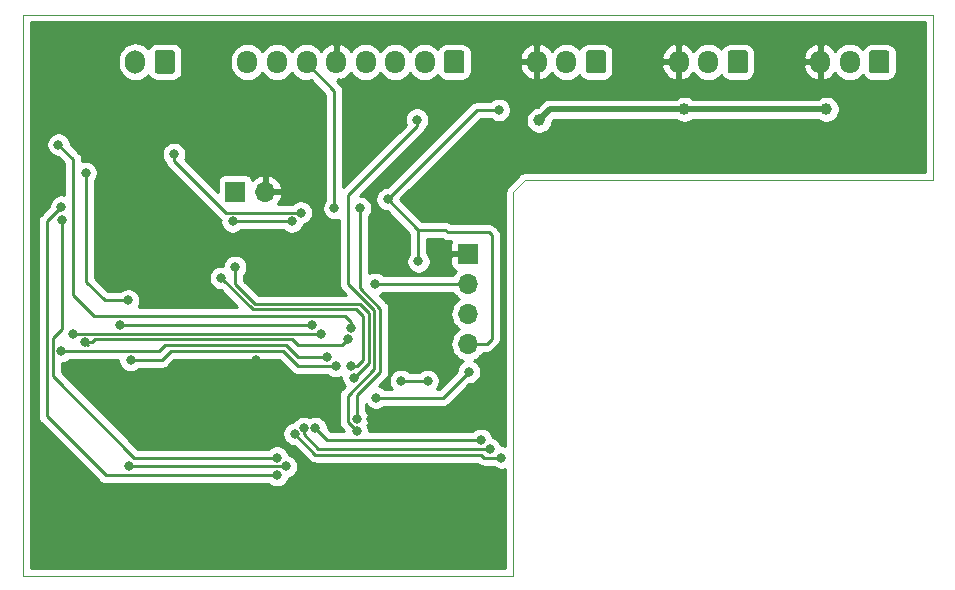
<source format=gbr>
G04 #@! TF.GenerationSoftware,KiCad,Pcbnew,(5.1.2)-2*
G04 #@! TF.CreationDate,2019-11-30T13:10:44+01:00*
G04 #@! TF.ProjectId,bikehub,62696b65-6875-4622-9e6b-696361645f70,rev?*
G04 #@! TF.SameCoordinates,Original*
G04 #@! TF.FileFunction,Copper,L2,Bot*
G04 #@! TF.FilePolarity,Positive*
%FSLAX46Y46*%
G04 Gerber Fmt 4.6, Leading zero omitted, Abs format (unit mm)*
G04 Created by KiCad (PCBNEW (5.1.2)-2) date 2019-11-30 13:10:44*
%MOMM*%
%LPD*%
G04 APERTURE LIST*
G04 #@! TA.AperFunction,NonConductor*
%ADD10C,0.050000*%
G04 #@! TD*
G04 #@! TA.AperFunction,ComponentPad*
%ADD11O,1.700000X1.950000*%
G04 #@! TD*
G04 #@! TA.AperFunction,Conductor*
%ADD12C,0.150000*%
G04 #@! TD*
G04 #@! TA.AperFunction,ComponentPad*
%ADD13C,1.700000*%
G04 #@! TD*
G04 #@! TA.AperFunction,ComponentPad*
%ADD14O,1.700000X1.700000*%
G04 #@! TD*
G04 #@! TA.AperFunction,ComponentPad*
%ADD15R,1.700000X1.700000*%
G04 #@! TD*
G04 #@! TA.AperFunction,ComponentPad*
%ADD16O,1.700000X2.000000*%
G04 #@! TD*
G04 #@! TA.AperFunction,ViaPad*
%ADD17C,0.800000*%
G04 #@! TD*
G04 #@! TA.AperFunction,ViaPad*
%ADD18C,1.000000*%
G04 #@! TD*
G04 #@! TA.AperFunction,Conductor*
%ADD19C,0.250000*%
G04 #@! TD*
G04 #@! TA.AperFunction,Conductor*
%ADD20C,0.500000*%
G04 #@! TD*
G04 #@! TA.AperFunction,Conductor*
%ADD21C,0.254000*%
G04 #@! TD*
G04 APERTURE END LIST*
D10*
X125500000Y-52000000D02*
X48500000Y-52000000D01*
X125500000Y-66000000D02*
X125500000Y-52000000D01*
X91000000Y-66000000D02*
X125500000Y-66000000D01*
X90000000Y-67000000D02*
X91000000Y-66000000D01*
X90000000Y-99500000D02*
X90000000Y-67000000D01*
X48500000Y-99500000D02*
X90000000Y-99500000D01*
X48500000Y-52000000D02*
X48500000Y-99500000D01*
D11*
G04 #@! TO.P,J7,3*
G04 #@! TO.N,GND*
X92000000Y-56000000D03*
G04 #@! TO.P,J7,2*
G04 #@! TO.N,Net-(F3-Pad1)*
X94500000Y-56000000D03*
D12*
G04 #@! TD*
G04 #@! TO.N,Net-(J7-Pad1)*
G04 #@! TO.C,J7*
G36*
X97624504Y-55026204D02*
G01*
X97648773Y-55029804D01*
X97672571Y-55035765D01*
X97695671Y-55044030D01*
X97717849Y-55054520D01*
X97738893Y-55067133D01*
X97758598Y-55081747D01*
X97776777Y-55098223D01*
X97793253Y-55116402D01*
X97807867Y-55136107D01*
X97820480Y-55157151D01*
X97830970Y-55179329D01*
X97839235Y-55202429D01*
X97845196Y-55226227D01*
X97848796Y-55250496D01*
X97850000Y-55275000D01*
X97850000Y-56725000D01*
X97848796Y-56749504D01*
X97845196Y-56773773D01*
X97839235Y-56797571D01*
X97830970Y-56820671D01*
X97820480Y-56842849D01*
X97807867Y-56863893D01*
X97793253Y-56883598D01*
X97776777Y-56901777D01*
X97758598Y-56918253D01*
X97738893Y-56932867D01*
X97717849Y-56945480D01*
X97695671Y-56955970D01*
X97672571Y-56964235D01*
X97648773Y-56970196D01*
X97624504Y-56973796D01*
X97600000Y-56975000D01*
X96400000Y-56975000D01*
X96375496Y-56973796D01*
X96351227Y-56970196D01*
X96327429Y-56964235D01*
X96304329Y-56955970D01*
X96282151Y-56945480D01*
X96261107Y-56932867D01*
X96241402Y-56918253D01*
X96223223Y-56901777D01*
X96206747Y-56883598D01*
X96192133Y-56863893D01*
X96179520Y-56842849D01*
X96169030Y-56820671D01*
X96160765Y-56797571D01*
X96154804Y-56773773D01*
X96151204Y-56749504D01*
X96150000Y-56725000D01*
X96150000Y-55275000D01*
X96151204Y-55250496D01*
X96154804Y-55226227D01*
X96160765Y-55202429D01*
X96169030Y-55179329D01*
X96179520Y-55157151D01*
X96192133Y-55136107D01*
X96206747Y-55116402D01*
X96223223Y-55098223D01*
X96241402Y-55081747D01*
X96261107Y-55067133D01*
X96282151Y-55054520D01*
X96304329Y-55044030D01*
X96327429Y-55035765D01*
X96351227Y-55029804D01*
X96375496Y-55026204D01*
X96400000Y-55025000D01*
X97600000Y-55025000D01*
X97624504Y-55026204D01*
X97624504Y-55026204D01*
G37*
D13*
G04 #@! TO.P,J7,1*
G04 #@! TO.N,Net-(J7-Pad1)*
X97000000Y-56000000D03*
G04 #@! TD*
D14*
G04 #@! TO.P,J4,2*
G04 #@! TO.N,GND*
X69000000Y-67000000D03*
D15*
G04 #@! TO.P,J4,1*
G04 #@! TO.N,+BATT*
X66460000Y-67000000D03*
G04 #@! TD*
D11*
G04 #@! TO.P,J10,8*
G04 #@! TO.N,/LIGHT-*
X67500000Y-56000000D03*
G04 #@! TO.P,J10,7*
G04 #@! TO.N,+12V*
X70000000Y-56000000D03*
G04 #@! TO.P,J10,6*
G04 #@! TO.N,/ESC_EN*
X72500000Y-56000000D03*
G04 #@! TO.P,J10,5*
G04 #@! TO.N,GND*
X75000000Y-56000000D03*
G04 #@! TO.P,J10,4*
G04 #@! TO.N,Net-(D4-Pad2)*
X77500000Y-56000000D03*
G04 #@! TO.P,J10,3*
G04 #@! TO.N,/PAS_CON*
X80000000Y-56000000D03*
G04 #@! TO.P,J10,2*
G04 #@! TO.N,/CAN_H*
X82500000Y-56000000D03*
D12*
G04 #@! TD*
G04 #@! TO.N,/CAN_L*
G04 #@! TO.C,J10*
G36*
X85624504Y-55026204D02*
G01*
X85648773Y-55029804D01*
X85672571Y-55035765D01*
X85695671Y-55044030D01*
X85717849Y-55054520D01*
X85738893Y-55067133D01*
X85758598Y-55081747D01*
X85776777Y-55098223D01*
X85793253Y-55116402D01*
X85807867Y-55136107D01*
X85820480Y-55157151D01*
X85830970Y-55179329D01*
X85839235Y-55202429D01*
X85845196Y-55226227D01*
X85848796Y-55250496D01*
X85850000Y-55275000D01*
X85850000Y-56725000D01*
X85848796Y-56749504D01*
X85845196Y-56773773D01*
X85839235Y-56797571D01*
X85830970Y-56820671D01*
X85820480Y-56842849D01*
X85807867Y-56863893D01*
X85793253Y-56883598D01*
X85776777Y-56901777D01*
X85758598Y-56918253D01*
X85738893Y-56932867D01*
X85717849Y-56945480D01*
X85695671Y-56955970D01*
X85672571Y-56964235D01*
X85648773Y-56970196D01*
X85624504Y-56973796D01*
X85600000Y-56975000D01*
X84400000Y-56975000D01*
X84375496Y-56973796D01*
X84351227Y-56970196D01*
X84327429Y-56964235D01*
X84304329Y-56955970D01*
X84282151Y-56945480D01*
X84261107Y-56932867D01*
X84241402Y-56918253D01*
X84223223Y-56901777D01*
X84206747Y-56883598D01*
X84192133Y-56863893D01*
X84179520Y-56842849D01*
X84169030Y-56820671D01*
X84160765Y-56797571D01*
X84154804Y-56773773D01*
X84151204Y-56749504D01*
X84150000Y-56725000D01*
X84150000Y-55275000D01*
X84151204Y-55250496D01*
X84154804Y-55226227D01*
X84160765Y-55202429D01*
X84169030Y-55179329D01*
X84179520Y-55157151D01*
X84192133Y-55136107D01*
X84206747Y-55116402D01*
X84223223Y-55098223D01*
X84241402Y-55081747D01*
X84261107Y-55067133D01*
X84282151Y-55054520D01*
X84304329Y-55044030D01*
X84327429Y-55035765D01*
X84351227Y-55029804D01*
X84375496Y-55026204D01*
X84400000Y-55025000D01*
X85600000Y-55025000D01*
X85624504Y-55026204D01*
X85624504Y-55026204D01*
G37*
D13*
G04 #@! TO.P,J10,1*
G04 #@! TO.N,/CAN_L*
X85000000Y-56000000D03*
G04 #@! TD*
D16*
G04 #@! TO.P,J9,2*
G04 #@! TO.N,+12V*
X58000000Y-56000000D03*
D12*
G04 #@! TD*
G04 #@! TO.N,/LIGHT-*
G04 #@! TO.C,J9*
G36*
X61124504Y-55001204D02*
G01*
X61148773Y-55004804D01*
X61172571Y-55010765D01*
X61195671Y-55019030D01*
X61217849Y-55029520D01*
X61238893Y-55042133D01*
X61258598Y-55056747D01*
X61276777Y-55073223D01*
X61293253Y-55091402D01*
X61307867Y-55111107D01*
X61320480Y-55132151D01*
X61330970Y-55154329D01*
X61339235Y-55177429D01*
X61345196Y-55201227D01*
X61348796Y-55225496D01*
X61350000Y-55250000D01*
X61350000Y-56750000D01*
X61348796Y-56774504D01*
X61345196Y-56798773D01*
X61339235Y-56822571D01*
X61330970Y-56845671D01*
X61320480Y-56867849D01*
X61307867Y-56888893D01*
X61293253Y-56908598D01*
X61276777Y-56926777D01*
X61258598Y-56943253D01*
X61238893Y-56957867D01*
X61217849Y-56970480D01*
X61195671Y-56980970D01*
X61172571Y-56989235D01*
X61148773Y-56995196D01*
X61124504Y-56998796D01*
X61100000Y-57000000D01*
X59900000Y-57000000D01*
X59875496Y-56998796D01*
X59851227Y-56995196D01*
X59827429Y-56989235D01*
X59804329Y-56980970D01*
X59782151Y-56970480D01*
X59761107Y-56957867D01*
X59741402Y-56943253D01*
X59723223Y-56926777D01*
X59706747Y-56908598D01*
X59692133Y-56888893D01*
X59679520Y-56867849D01*
X59669030Y-56845671D01*
X59660765Y-56822571D01*
X59654804Y-56798773D01*
X59651204Y-56774504D01*
X59650000Y-56750000D01*
X59650000Y-55250000D01*
X59651204Y-55225496D01*
X59654804Y-55201227D01*
X59660765Y-55177429D01*
X59669030Y-55154329D01*
X59679520Y-55132151D01*
X59692133Y-55111107D01*
X59706747Y-55091402D01*
X59723223Y-55073223D01*
X59741402Y-55056747D01*
X59761107Y-55042133D01*
X59782151Y-55029520D01*
X59804329Y-55019030D01*
X59827429Y-55010765D01*
X59851227Y-55004804D01*
X59875496Y-55001204D01*
X59900000Y-55000000D01*
X61100000Y-55000000D01*
X61124504Y-55001204D01*
X61124504Y-55001204D01*
G37*
D13*
G04 #@! TO.P,J9,1*
G04 #@! TO.N,/LIGHT-*
X60500000Y-56000000D03*
G04 #@! TD*
D11*
G04 #@! TO.P,J6,3*
G04 #@! TO.N,GND*
X104000000Y-56000000D03*
G04 #@! TO.P,J6,2*
G04 #@! TO.N,Net-(F2-Pad1)*
X106500000Y-56000000D03*
D12*
G04 #@! TD*
G04 #@! TO.N,Net-(J6-Pad1)*
G04 #@! TO.C,J6*
G36*
X109624504Y-55026204D02*
G01*
X109648773Y-55029804D01*
X109672571Y-55035765D01*
X109695671Y-55044030D01*
X109717849Y-55054520D01*
X109738893Y-55067133D01*
X109758598Y-55081747D01*
X109776777Y-55098223D01*
X109793253Y-55116402D01*
X109807867Y-55136107D01*
X109820480Y-55157151D01*
X109830970Y-55179329D01*
X109839235Y-55202429D01*
X109845196Y-55226227D01*
X109848796Y-55250496D01*
X109850000Y-55275000D01*
X109850000Y-56725000D01*
X109848796Y-56749504D01*
X109845196Y-56773773D01*
X109839235Y-56797571D01*
X109830970Y-56820671D01*
X109820480Y-56842849D01*
X109807867Y-56863893D01*
X109793253Y-56883598D01*
X109776777Y-56901777D01*
X109758598Y-56918253D01*
X109738893Y-56932867D01*
X109717849Y-56945480D01*
X109695671Y-56955970D01*
X109672571Y-56964235D01*
X109648773Y-56970196D01*
X109624504Y-56973796D01*
X109600000Y-56975000D01*
X108400000Y-56975000D01*
X108375496Y-56973796D01*
X108351227Y-56970196D01*
X108327429Y-56964235D01*
X108304329Y-56955970D01*
X108282151Y-56945480D01*
X108261107Y-56932867D01*
X108241402Y-56918253D01*
X108223223Y-56901777D01*
X108206747Y-56883598D01*
X108192133Y-56863893D01*
X108179520Y-56842849D01*
X108169030Y-56820671D01*
X108160765Y-56797571D01*
X108154804Y-56773773D01*
X108151204Y-56749504D01*
X108150000Y-56725000D01*
X108150000Y-55275000D01*
X108151204Y-55250496D01*
X108154804Y-55226227D01*
X108160765Y-55202429D01*
X108169030Y-55179329D01*
X108179520Y-55157151D01*
X108192133Y-55136107D01*
X108206747Y-55116402D01*
X108223223Y-55098223D01*
X108241402Y-55081747D01*
X108261107Y-55067133D01*
X108282151Y-55054520D01*
X108304329Y-55044030D01*
X108327429Y-55035765D01*
X108351227Y-55029804D01*
X108375496Y-55026204D01*
X108400000Y-55025000D01*
X109600000Y-55025000D01*
X109624504Y-55026204D01*
X109624504Y-55026204D01*
G37*
D13*
G04 #@! TO.P,J6,1*
G04 #@! TO.N,Net-(J6-Pad1)*
X109000000Y-56000000D03*
G04 #@! TD*
D14*
G04 #@! TO.P,J5,4*
G04 #@! TO.N,+3V3*
X86169500Y-79883000D03*
G04 #@! TO.P,J5,3*
G04 #@! TO.N,/SWDIO*
X86169500Y-77343000D03*
G04 #@! TO.P,J5,2*
G04 #@! TO.N,/SWCLK*
X86169500Y-74803000D03*
D15*
G04 #@! TO.P,J5,1*
G04 #@! TO.N,GND*
X86169500Y-72263000D03*
G04 #@! TD*
D11*
G04 #@! TO.P,J3,3*
G04 #@! TO.N,GND*
X116000000Y-56000000D03*
G04 #@! TO.P,J3,2*
G04 #@! TO.N,Net-(F1-Pad1)*
X118500000Y-56000000D03*
D12*
G04 #@! TD*
G04 #@! TO.N,/PAS_CON*
G04 #@! TO.C,J3*
G36*
X121624504Y-55026204D02*
G01*
X121648773Y-55029804D01*
X121672571Y-55035765D01*
X121695671Y-55044030D01*
X121717849Y-55054520D01*
X121738893Y-55067133D01*
X121758598Y-55081747D01*
X121776777Y-55098223D01*
X121793253Y-55116402D01*
X121807867Y-55136107D01*
X121820480Y-55157151D01*
X121830970Y-55179329D01*
X121839235Y-55202429D01*
X121845196Y-55226227D01*
X121848796Y-55250496D01*
X121850000Y-55275000D01*
X121850000Y-56725000D01*
X121848796Y-56749504D01*
X121845196Y-56773773D01*
X121839235Y-56797571D01*
X121830970Y-56820671D01*
X121820480Y-56842849D01*
X121807867Y-56863893D01*
X121793253Y-56883598D01*
X121776777Y-56901777D01*
X121758598Y-56918253D01*
X121738893Y-56932867D01*
X121717849Y-56945480D01*
X121695671Y-56955970D01*
X121672571Y-56964235D01*
X121648773Y-56970196D01*
X121624504Y-56973796D01*
X121600000Y-56975000D01*
X120400000Y-56975000D01*
X120375496Y-56973796D01*
X120351227Y-56970196D01*
X120327429Y-56964235D01*
X120304329Y-56955970D01*
X120282151Y-56945480D01*
X120261107Y-56932867D01*
X120241402Y-56918253D01*
X120223223Y-56901777D01*
X120206747Y-56883598D01*
X120192133Y-56863893D01*
X120179520Y-56842849D01*
X120169030Y-56820671D01*
X120160765Y-56797571D01*
X120154804Y-56773773D01*
X120151204Y-56749504D01*
X120150000Y-56725000D01*
X120150000Y-55275000D01*
X120151204Y-55250496D01*
X120154804Y-55226227D01*
X120160765Y-55202429D01*
X120169030Y-55179329D01*
X120179520Y-55157151D01*
X120192133Y-55136107D01*
X120206747Y-55116402D01*
X120223223Y-55098223D01*
X120241402Y-55081747D01*
X120261107Y-55067133D01*
X120282151Y-55054520D01*
X120304329Y-55044030D01*
X120327429Y-55035765D01*
X120351227Y-55029804D01*
X120375496Y-55026204D01*
X120400000Y-55025000D01*
X121600000Y-55025000D01*
X121624504Y-55026204D01*
X121624504Y-55026204D01*
G37*
D13*
G04 #@! TO.P,J3,1*
G04 #@! TO.N,/PAS_CON*
X121000000Y-56000000D03*
G04 #@! TD*
D17*
G04 #@! TO.N,GND*
X78295500Y-73088500D03*
X61277500Y-92392500D03*
X63754000Y-58420000D03*
X73152000Y-69913500D03*
X78000000Y-86250000D03*
X68250000Y-81250000D03*
X58000000Y-74250000D03*
X78000000Y-62750000D03*
X83750000Y-76750000D03*
X67000000Y-85750000D03*
X78400000Y-92000000D03*
X76600000Y-92600000D03*
X74600000Y-92600000D03*
X80000000Y-93200000D03*
X81200000Y-92000000D03*
X80800000Y-86200000D03*
X65000000Y-97500000D03*
X62500000Y-97500000D03*
X60000000Y-97500000D03*
X57500000Y-97500000D03*
X55000000Y-97500000D03*
X52500000Y-97500000D03*
X50000000Y-97500000D03*
X50000000Y-90000000D03*
X50000000Y-92500000D03*
X50000000Y-95000000D03*
X52000000Y-59000000D03*
X55000000Y-56000000D03*
X51000000Y-54000000D03*
X89000000Y-57000000D03*
X102000000Y-57000000D03*
X123000000Y-64000000D03*
X120000000Y-64000000D03*
X117000000Y-64000000D03*
X107000000Y-65000000D03*
X105000000Y-65000000D03*
X101000000Y-65000000D03*
X84000000Y-68000000D03*
X72000000Y-66000000D03*
X72000000Y-64000000D03*
X71000000Y-65000000D03*
X73000000Y-65000000D03*
X71000000Y-67000000D03*
X62000000Y-69000000D03*
D18*
G04 #@! TO.N,+5V*
X116500000Y-60000000D03*
X104500000Y-60000000D03*
X92187500Y-60937500D03*
D17*
G04 #@! TO.N,Net-(C6-Pad1)*
X82750000Y-83000000D03*
X80500000Y-83000000D03*
G04 #@! TO.N,+3V3*
X79375000Y-67627500D03*
X81978500Y-72898000D03*
X88773000Y-60071000D03*
X61277500Y-63817500D03*
X78384400Y-84429600D03*
X72012500Y-68762500D03*
X86250000Y-82250000D03*
G04 #@! TO.N,/D3*
X56750000Y-78250000D03*
X73000000Y-78250000D03*
G04 #@! TO.N,/D1*
X53750000Y-79750000D03*
X76000000Y-79500000D03*
G04 #@! TO.N,/RD*
X51800000Y-69400000D03*
X70000000Y-89500000D03*
G04 #@! TO.N,/RS*
X57400000Y-76200000D03*
X53800000Y-65400000D03*
X70750000Y-90250000D03*
X57500000Y-90250000D03*
G04 #@! TO.N,/D2*
X52750000Y-79000000D03*
X73750000Y-79000000D03*
G04 #@! TO.N,/D0*
X51750000Y-80500000D03*
X74250000Y-81000000D03*
G04 #@! TO.N,/RST*
X57600000Y-81250000D03*
X75000000Y-81750000D03*
G04 #@! TO.N,/WR*
X70000000Y-91000000D03*
X51750000Y-68250000D03*
G04 #@! TO.N,/CS*
X51500000Y-63000000D03*
X76250000Y-78500000D03*
G04 #@! TO.N,+BATT*
X71250000Y-69500000D03*
X66250000Y-69500000D03*
G04 #@! TO.N,/SWCLK*
X78295500Y-74803000D03*
G04 #@! TO.N,/ESC_EN*
X74866500Y-68389500D03*
X77025500Y-68389500D03*
X76762653Y-86237347D03*
G04 #@! TO.N,/BACKL*
X65278000Y-74295000D03*
X76250000Y-81750000D03*
G04 #@! TO.N,/LIGHT*
X66446400Y-73355200D03*
X76487347Y-82737347D03*
G04 #@! TO.N,/THROTTLE*
X72250000Y-87000000D03*
X88000000Y-88750000D03*
G04 #@! TO.N,/PAS*
X89000000Y-89500000D03*
X71500000Y-87500000D03*
G04 #@! TO.N,/BRAKE*
X87250000Y-88000000D03*
X73250000Y-87000000D03*
G04 #@! TO.N,/CAN_EN*
X81851500Y-60896500D03*
X76750000Y-87250000D03*
G04 #@! TD*
D19*
G04 #@! TO.N,GND*
X67000000Y-82500000D02*
X67000000Y-85750000D01*
X68250000Y-81250000D02*
X67000000Y-82500000D01*
D20*
G04 #@! TO.N,+5V*
X116500000Y-60000000D02*
X104500000Y-60000000D01*
X93125000Y-60000000D02*
X92187500Y-60937500D01*
X104500000Y-60000000D02*
X93125000Y-60000000D01*
D19*
G04 #@! TO.N,Net-(C6-Pad1)*
X82750000Y-83000000D02*
X80500000Y-83000000D01*
G04 #@! TO.N,+3V3*
X81978500Y-70231000D02*
X79375000Y-67627500D01*
X81978500Y-72898000D02*
X81978500Y-70231000D01*
X86931500Y-60071000D02*
X88773000Y-60071000D01*
X79375000Y-67627500D02*
X86931500Y-60071000D01*
X86169500Y-79883000D02*
X87757000Y-79883000D01*
X87757000Y-79883000D02*
X88201500Y-79438500D01*
X88201500Y-79438500D02*
X88201500Y-70675500D01*
X88201500Y-70675500D02*
X87947500Y-70421500D01*
X84264500Y-70231000D02*
X81978500Y-70231000D01*
X84455000Y-70421500D02*
X84264500Y-70231000D01*
X87947500Y-70421500D02*
X84455000Y-70421500D01*
X72012500Y-68762500D02*
X65656815Y-68762500D01*
X61277500Y-64383185D02*
X65656815Y-68762500D01*
X61277500Y-63817500D02*
X61277500Y-64383185D01*
X84070400Y-84429600D02*
X78384400Y-84429600D01*
X84070400Y-84429600D02*
X86250000Y-82250000D01*
G04 #@! TO.N,/D3*
X56775000Y-78275000D02*
X56750000Y-78250000D01*
X73000000Y-78250000D02*
X56750000Y-78250000D01*
G04 #@! TO.N,/D1*
X53959200Y-79959200D02*
X53750000Y-79750000D01*
X76000000Y-79500000D02*
X75500000Y-80000000D01*
X75500000Y-80000000D02*
X71750000Y-80000000D01*
X71750000Y-80000000D02*
X71250000Y-79500000D01*
X54315685Y-79750000D02*
X53750000Y-79750000D01*
X54565685Y-79500000D02*
X54315685Y-79750000D01*
X71250000Y-79500000D02*
X54565685Y-79500000D01*
G04 #@! TO.N,/RD*
X51800000Y-78600000D02*
X51800000Y-69400000D01*
X51024999Y-82598001D02*
X51024999Y-79375001D01*
X51024999Y-79375001D02*
X51800000Y-78600000D01*
X57926998Y-89500000D02*
X51024999Y-82598001D01*
X70000000Y-89500000D02*
X57926998Y-89500000D01*
G04 #@! TO.N,/RS*
X53800000Y-74600000D02*
X55400000Y-76200000D01*
X53800000Y-65400000D02*
X53800000Y-74600000D01*
X55400000Y-76200000D02*
X57400000Y-76200000D01*
X70750000Y-90250000D02*
X57500000Y-90250000D01*
G04 #@! TO.N,/D2*
X73750000Y-79000000D02*
X52750000Y-79000000D01*
G04 #@! TO.N,/D0*
X60000000Y-80500000D02*
X51750000Y-80500000D01*
X60500000Y-80000000D02*
X60000000Y-80500000D01*
X70750000Y-80000000D02*
X60500000Y-80000000D01*
X74250000Y-81000000D02*
X71750000Y-81000000D01*
X71750000Y-81000000D02*
X70750000Y-80000000D01*
G04 #@! TO.N,/RST*
X75000000Y-81750000D02*
X71750000Y-81750000D01*
X71750000Y-81750000D02*
X70500000Y-80500000D01*
X70500000Y-80500000D02*
X61000000Y-80500000D01*
X60250000Y-81250000D02*
X57600000Y-81250000D01*
X61000000Y-80500000D02*
X60250000Y-81250000D01*
G04 #@! TO.N,/WR*
X50500000Y-86000000D02*
X50500000Y-69500000D01*
X50500000Y-69500000D02*
X51750000Y-68250000D01*
X70000000Y-91000000D02*
X55500000Y-91000000D01*
X55500000Y-91000000D02*
X50500000Y-86000000D01*
G04 #@! TO.N,/CS*
X52750000Y-64250000D02*
X51500000Y-63000000D01*
X52750000Y-75750000D02*
X52750000Y-64250000D01*
X54500000Y-77500000D02*
X52750000Y-75750000D01*
X75750000Y-77500000D02*
X54500000Y-77500000D01*
X76250000Y-78000000D02*
X75750000Y-77500000D01*
X76250000Y-78000000D02*
X76250000Y-78500000D01*
G04 #@! TO.N,+BATT*
X71250000Y-69500000D02*
X66250000Y-69500000D01*
G04 #@! TO.N,/SWCLK*
X78295500Y-74803000D02*
X86169500Y-74803000D01*
G04 #@! TO.N,/ESC_EN*
X72500000Y-56125000D02*
X74866500Y-58491500D01*
X72500000Y-56000000D02*
X72500000Y-56125000D01*
X74866500Y-58491500D02*
X74866500Y-68389500D01*
X77025500Y-75182590D02*
X77025500Y-68389500D01*
X78750000Y-76907090D02*
X77025500Y-75182590D01*
X78750000Y-82250000D02*
X78750000Y-76907090D01*
X76762653Y-86237347D02*
X76762653Y-84237347D01*
X76762653Y-84237347D02*
X78750000Y-82250000D01*
G04 #@! TO.N,/BACKL*
X67945000Y-76962000D02*
X65278000Y-74295000D01*
X76712000Y-76962000D02*
X67945000Y-76962000D01*
X77250000Y-77500000D02*
X76712000Y-76962000D01*
X77250000Y-81250000D02*
X77250000Y-77500000D01*
X76250000Y-81750000D02*
X76750000Y-81750000D01*
X76750000Y-81750000D02*
X77250000Y-81250000D01*
G04 #@! TO.N,/LIGHT*
X66446400Y-74826990D02*
X66446400Y-73355200D01*
X68131400Y-76511990D02*
X66446400Y-74826990D01*
X77011990Y-76511990D02*
X68131400Y-76511990D01*
X77750000Y-77250000D02*
X77011990Y-76511990D01*
X76487347Y-82737347D02*
X77750000Y-81474694D01*
X77750000Y-81474694D02*
X77750000Y-77250000D01*
G04 #@! TO.N,/THROTTLE*
X72250000Y-87000000D02*
X72250000Y-87500000D01*
X73500000Y-88750000D02*
X88000000Y-88750000D01*
X72250000Y-87500000D02*
X73500000Y-88750000D01*
G04 #@! TO.N,/PAS*
X71500000Y-87500000D02*
X73250000Y-89250000D01*
X73250000Y-89250000D02*
X87250000Y-89250000D01*
X87500000Y-89500000D02*
X89000000Y-89500000D01*
X87250000Y-89250000D02*
X87500000Y-89500000D01*
G04 #@! TO.N,/BRAKE*
X74250000Y-88000000D02*
X87250000Y-88000000D01*
X73250000Y-87000000D02*
X74250000Y-88000000D01*
G04 #@! TO.N,/CAN_EN*
X81851500Y-61462185D02*
X81851500Y-60896500D01*
X76009500Y-67304185D02*
X81851500Y-61462185D01*
X76000000Y-86500000D02*
X76000000Y-84250000D01*
X76750000Y-87250000D02*
X76000000Y-86500000D01*
X76000000Y-84250000D02*
X78250000Y-82000000D01*
X78250000Y-82000000D02*
X78250000Y-77043500D01*
X78250000Y-77043500D02*
X76009500Y-74803000D01*
X76009500Y-74803000D02*
X76009500Y-67304185D01*
G04 #@! TD*
D21*
G04 #@! TO.N,GND*
G36*
X124840000Y-65340000D02*
G01*
X91032412Y-65340000D01*
X91000000Y-65336808D01*
X90967588Y-65340000D01*
X90967581Y-65340000D01*
X90870617Y-65349550D01*
X90746207Y-65387290D01*
X90631550Y-65448575D01*
X90531052Y-65531052D01*
X90510388Y-65556231D01*
X89556232Y-66510388D01*
X89531053Y-66531052D01*
X89510389Y-66556231D01*
X89510386Y-66556234D01*
X89448575Y-66631550D01*
X89387290Y-66746208D01*
X89349551Y-66870618D01*
X89336808Y-67000000D01*
X89340001Y-67032419D01*
X89340000Y-88520557D01*
X89301898Y-88504774D01*
X89101939Y-88465000D01*
X88998587Y-88465000D01*
X88995226Y-88448102D01*
X88917205Y-88259744D01*
X88803937Y-88090226D01*
X88659774Y-87946063D01*
X88490256Y-87832795D01*
X88301898Y-87754774D01*
X88254628Y-87745372D01*
X88245226Y-87698102D01*
X88167205Y-87509744D01*
X88053937Y-87340226D01*
X87909774Y-87196063D01*
X87740256Y-87082795D01*
X87551898Y-87004774D01*
X87351939Y-86965000D01*
X87148061Y-86965000D01*
X86948102Y-87004774D01*
X86759744Y-87082795D01*
X86590226Y-87196063D01*
X86546289Y-87240000D01*
X77785000Y-87240000D01*
X77785000Y-87148061D01*
X77745226Y-86948102D01*
X77667205Y-86759744D01*
X77662794Y-86753142D01*
X77679858Y-86727603D01*
X77757879Y-86539245D01*
X77797653Y-86339286D01*
X77797653Y-86135408D01*
X77757879Y-85935449D01*
X77679858Y-85747091D01*
X77566590Y-85577573D01*
X77522653Y-85533636D01*
X77522653Y-85002855D01*
X77580463Y-85089374D01*
X77724626Y-85233537D01*
X77894144Y-85346805D01*
X78082502Y-85424826D01*
X78282461Y-85464600D01*
X78486339Y-85464600D01*
X78686298Y-85424826D01*
X78874656Y-85346805D01*
X79044174Y-85233537D01*
X79088111Y-85189600D01*
X84033078Y-85189600D01*
X84070400Y-85193276D01*
X84107722Y-85189600D01*
X84107733Y-85189600D01*
X84219386Y-85178603D01*
X84362647Y-85135146D01*
X84494676Y-85064574D01*
X84610401Y-84969601D01*
X84634204Y-84940597D01*
X86289802Y-83285000D01*
X86351939Y-83285000D01*
X86551898Y-83245226D01*
X86740256Y-83167205D01*
X86909774Y-83053937D01*
X87053937Y-82909774D01*
X87167205Y-82740256D01*
X87245226Y-82551898D01*
X87285000Y-82351939D01*
X87285000Y-82148061D01*
X87245226Y-81948102D01*
X87167205Y-81759744D01*
X87053937Y-81590226D01*
X86909774Y-81446063D01*
X86740256Y-81332795D01*
X86641155Y-81291746D01*
X86740534Y-81261599D01*
X86998514Y-81123706D01*
X87224634Y-80938134D01*
X87410206Y-80712014D01*
X87447095Y-80643000D01*
X87719678Y-80643000D01*
X87757000Y-80646676D01*
X87794322Y-80643000D01*
X87794333Y-80643000D01*
X87905986Y-80632003D01*
X88049247Y-80588546D01*
X88181276Y-80517974D01*
X88297001Y-80423001D01*
X88320804Y-80393997D01*
X88712498Y-80002303D01*
X88741501Y-79978501D01*
X88834627Y-79865027D01*
X88836474Y-79862777D01*
X88907046Y-79730747D01*
X88914021Y-79707753D01*
X88950503Y-79587486D01*
X88961500Y-79475833D01*
X88961500Y-79475823D01*
X88965176Y-79438500D01*
X88961500Y-79401177D01*
X88961500Y-70712822D01*
X88965176Y-70675499D01*
X88961500Y-70638176D01*
X88961500Y-70638167D01*
X88950503Y-70526514D01*
X88907046Y-70383253D01*
X88836474Y-70251224D01*
X88741501Y-70135499D01*
X88712497Y-70111696D01*
X88511304Y-69910503D01*
X88487501Y-69881499D01*
X88371776Y-69786526D01*
X88239747Y-69715954D01*
X88096486Y-69672497D01*
X87984833Y-69661500D01*
X87984822Y-69661500D01*
X87947500Y-69657824D01*
X87910178Y-69661500D01*
X84768556Y-69661500D01*
X84688776Y-69596026D01*
X84556747Y-69525454D01*
X84413486Y-69481997D01*
X84301833Y-69471000D01*
X84301822Y-69471000D01*
X84264500Y-69467324D01*
X84227178Y-69471000D01*
X82293302Y-69471000D01*
X80449801Y-67627500D01*
X87246302Y-60831000D01*
X88069289Y-60831000D01*
X88113226Y-60874937D01*
X88282744Y-60988205D01*
X88471102Y-61066226D01*
X88671061Y-61106000D01*
X88874939Y-61106000D01*
X89074898Y-61066226D01*
X89263256Y-60988205D01*
X89432774Y-60874937D01*
X89481999Y-60825712D01*
X91052500Y-60825712D01*
X91052500Y-61049288D01*
X91096117Y-61268567D01*
X91181676Y-61475124D01*
X91305888Y-61661020D01*
X91463980Y-61819112D01*
X91649876Y-61943324D01*
X91856433Y-62028883D01*
X92075712Y-62072500D01*
X92299288Y-62072500D01*
X92518567Y-62028883D01*
X92725124Y-61943324D01*
X92911020Y-61819112D01*
X93069112Y-61661020D01*
X93193324Y-61475124D01*
X93278883Y-61268567D01*
X93321311Y-61055268D01*
X93491579Y-60885000D01*
X103781550Y-60885000D01*
X103962376Y-61005824D01*
X104168933Y-61091383D01*
X104388212Y-61135000D01*
X104611788Y-61135000D01*
X104831067Y-61091383D01*
X105037624Y-61005824D01*
X105218450Y-60885000D01*
X115781550Y-60885000D01*
X115962376Y-61005824D01*
X116168933Y-61091383D01*
X116388212Y-61135000D01*
X116611788Y-61135000D01*
X116831067Y-61091383D01*
X117037624Y-61005824D01*
X117223520Y-60881612D01*
X117381612Y-60723520D01*
X117505824Y-60537624D01*
X117591383Y-60331067D01*
X117635000Y-60111788D01*
X117635000Y-59888212D01*
X117591383Y-59668933D01*
X117505824Y-59462376D01*
X117381612Y-59276480D01*
X117223520Y-59118388D01*
X117037624Y-58994176D01*
X116831067Y-58908617D01*
X116611788Y-58865000D01*
X116388212Y-58865000D01*
X116168933Y-58908617D01*
X115962376Y-58994176D01*
X115781550Y-59115000D01*
X105218450Y-59115000D01*
X105037624Y-58994176D01*
X104831067Y-58908617D01*
X104611788Y-58865000D01*
X104388212Y-58865000D01*
X104168933Y-58908617D01*
X103962376Y-58994176D01*
X103781550Y-59115000D01*
X93168465Y-59115000D01*
X93124999Y-59110719D01*
X93081533Y-59115000D01*
X93081523Y-59115000D01*
X92951510Y-59127805D01*
X92784687Y-59178411D01*
X92630941Y-59260589D01*
X92611578Y-59276480D01*
X92529953Y-59343468D01*
X92529951Y-59343470D01*
X92496183Y-59371183D01*
X92468470Y-59404951D01*
X92069732Y-59803689D01*
X91856433Y-59846117D01*
X91649876Y-59931676D01*
X91463980Y-60055888D01*
X91305888Y-60213980D01*
X91181676Y-60399876D01*
X91096117Y-60606433D01*
X91052500Y-60825712D01*
X89481999Y-60825712D01*
X89576937Y-60730774D01*
X89690205Y-60561256D01*
X89768226Y-60372898D01*
X89808000Y-60172939D01*
X89808000Y-59969061D01*
X89768226Y-59769102D01*
X89690205Y-59580744D01*
X89576937Y-59411226D01*
X89432774Y-59267063D01*
X89263256Y-59153795D01*
X89074898Y-59075774D01*
X88874939Y-59036000D01*
X88671061Y-59036000D01*
X88471102Y-59075774D01*
X88282744Y-59153795D01*
X88113226Y-59267063D01*
X88069289Y-59311000D01*
X86968825Y-59311000D01*
X86931500Y-59307324D01*
X86894175Y-59311000D01*
X86894167Y-59311000D01*
X86782514Y-59321997D01*
X86639253Y-59365454D01*
X86507224Y-59436026D01*
X86391499Y-59530999D01*
X86367701Y-59559997D01*
X79335199Y-66592500D01*
X79273061Y-66592500D01*
X79073102Y-66632274D01*
X78884744Y-66710295D01*
X78715226Y-66823563D01*
X78571063Y-66967726D01*
X78457795Y-67137244D01*
X78379774Y-67325602D01*
X78340000Y-67525561D01*
X78340000Y-67729439D01*
X78379774Y-67929398D01*
X78457795Y-68117756D01*
X78571063Y-68287274D01*
X78715226Y-68431437D01*
X78884744Y-68544705D01*
X79073102Y-68622726D01*
X79273061Y-68662500D01*
X79335199Y-68662500D01*
X81218501Y-70545803D01*
X81218500Y-72194289D01*
X81174563Y-72238226D01*
X81061295Y-72407744D01*
X80983274Y-72596102D01*
X80943500Y-72796061D01*
X80943500Y-72999939D01*
X80983274Y-73199898D01*
X81061295Y-73388256D01*
X81174563Y-73557774D01*
X81318726Y-73701937D01*
X81488244Y-73815205D01*
X81676602Y-73893226D01*
X81876561Y-73933000D01*
X82080439Y-73933000D01*
X82280398Y-73893226D01*
X82468756Y-73815205D01*
X82638274Y-73701937D01*
X82782437Y-73557774D01*
X82895705Y-73388256D01*
X82973726Y-73199898D01*
X83013500Y-72999939D01*
X83013500Y-72796061D01*
X82973726Y-72596102D01*
X82895705Y-72407744D01*
X82782437Y-72238226D01*
X82738500Y-72194289D01*
X82738500Y-70991000D01*
X83950944Y-70991000D01*
X84030724Y-71056474D01*
X84162753Y-71127046D01*
X84306014Y-71170503D01*
X84417667Y-71181500D01*
X84417675Y-71181500D01*
X84455000Y-71185176D01*
X84492325Y-71181500D01*
X84726152Y-71181500D01*
X84693688Y-71288518D01*
X84681428Y-71413000D01*
X84684500Y-71977250D01*
X84843250Y-72136000D01*
X86042500Y-72136000D01*
X86042500Y-72116000D01*
X86296500Y-72116000D01*
X86296500Y-72136000D01*
X86316500Y-72136000D01*
X86316500Y-72390000D01*
X86296500Y-72390000D01*
X86296500Y-72410000D01*
X86042500Y-72410000D01*
X86042500Y-72390000D01*
X84843250Y-72390000D01*
X84684500Y-72548750D01*
X84681428Y-73113000D01*
X84693688Y-73237482D01*
X84729998Y-73357180D01*
X84788963Y-73467494D01*
X84868315Y-73564185D01*
X84965006Y-73643537D01*
X85075320Y-73702502D01*
X85144187Y-73723393D01*
X85114366Y-73747866D01*
X84928794Y-73973986D01*
X84891905Y-74043000D01*
X78999211Y-74043000D01*
X78955274Y-73999063D01*
X78785756Y-73885795D01*
X78597398Y-73807774D01*
X78397439Y-73768000D01*
X78193561Y-73768000D01*
X77993602Y-73807774D01*
X77805244Y-73885795D01*
X77785500Y-73898987D01*
X77785500Y-69093211D01*
X77829437Y-69049274D01*
X77942705Y-68879756D01*
X78020726Y-68691398D01*
X78060500Y-68491439D01*
X78060500Y-68287561D01*
X78020726Y-68087602D01*
X77942705Y-67899244D01*
X77829437Y-67729726D01*
X77685274Y-67585563D01*
X77515756Y-67472295D01*
X77327398Y-67394274D01*
X77127439Y-67354500D01*
X77033986Y-67354500D01*
X82362504Y-62025983D01*
X82391501Y-62002186D01*
X82486474Y-61886461D01*
X82557046Y-61754432D01*
X82600487Y-61611224D01*
X82655437Y-61556274D01*
X82768705Y-61386756D01*
X82846726Y-61198398D01*
X82886500Y-60998439D01*
X82886500Y-60794561D01*
X82846726Y-60594602D01*
X82768705Y-60406244D01*
X82655437Y-60236726D01*
X82511274Y-60092563D01*
X82341756Y-59979295D01*
X82153398Y-59901274D01*
X81953439Y-59861500D01*
X81749561Y-59861500D01*
X81549602Y-59901274D01*
X81361244Y-59979295D01*
X81191726Y-60092563D01*
X81047563Y-60236726D01*
X80934295Y-60406244D01*
X80856274Y-60594602D01*
X80816500Y-60794561D01*
X80816500Y-60998439D01*
X80856274Y-61198398D01*
X80910228Y-61328655D01*
X75626500Y-66612384D01*
X75626500Y-58528822D01*
X75630176Y-58491499D01*
X75626500Y-58454176D01*
X75626500Y-58454167D01*
X75615503Y-58342514D01*
X75572046Y-58199253D01*
X75501474Y-58067224D01*
X75488311Y-58051185D01*
X75430299Y-57980496D01*
X75430295Y-57980492D01*
X75406501Y-57951499D01*
X75377509Y-57927706D01*
X75059803Y-57610000D01*
X75127002Y-57610000D01*
X75127002Y-57445156D01*
X75356890Y-57566476D01*
X75619858Y-57474352D01*
X75871193Y-57327496D01*
X76089049Y-57134429D01*
X76245538Y-56928278D01*
X76259294Y-56954013D01*
X76444866Y-57180134D01*
X76670986Y-57365706D01*
X76928966Y-57503599D01*
X77208889Y-57588513D01*
X77500000Y-57617185D01*
X77791110Y-57588513D01*
X78071033Y-57503599D01*
X78329013Y-57365706D01*
X78555134Y-57180134D01*
X78740706Y-56954014D01*
X78750000Y-56936626D01*
X78759294Y-56954013D01*
X78944866Y-57180134D01*
X79170986Y-57365706D01*
X79428966Y-57503599D01*
X79708889Y-57588513D01*
X80000000Y-57617185D01*
X80291110Y-57588513D01*
X80571033Y-57503599D01*
X80829013Y-57365706D01*
X81055134Y-57180134D01*
X81240706Y-56954014D01*
X81250000Y-56936626D01*
X81259294Y-56954013D01*
X81444866Y-57180134D01*
X81670986Y-57365706D01*
X81928966Y-57503599D01*
X82208889Y-57588513D01*
X82500000Y-57617185D01*
X82791110Y-57588513D01*
X83071033Y-57503599D01*
X83329013Y-57365706D01*
X83555134Y-57180134D01*
X83607223Y-57116663D01*
X83661595Y-57218386D01*
X83772038Y-57352962D01*
X83906614Y-57463405D01*
X84060150Y-57545472D01*
X84226746Y-57596008D01*
X84400000Y-57613072D01*
X85600000Y-57613072D01*
X85773254Y-57596008D01*
X85939850Y-57545472D01*
X86093386Y-57463405D01*
X86227962Y-57352962D01*
X86338405Y-57218386D01*
X86420472Y-57064850D01*
X86471008Y-56898254D01*
X86488072Y-56725000D01*
X86488072Y-56359267D01*
X90533680Y-56359267D01*
X90607558Y-56640830D01*
X90734947Y-56902570D01*
X90910951Y-57134429D01*
X91128807Y-57327496D01*
X91380142Y-57474352D01*
X91643110Y-57566476D01*
X91873000Y-57445155D01*
X91873000Y-56127000D01*
X90673835Y-56127000D01*
X90533680Y-56359267D01*
X86488072Y-56359267D01*
X86488072Y-55640733D01*
X90533680Y-55640733D01*
X90673835Y-55873000D01*
X91873000Y-55873000D01*
X91873000Y-54554845D01*
X92127000Y-54554845D01*
X92127000Y-55873000D01*
X92147000Y-55873000D01*
X92147000Y-56127000D01*
X92127000Y-56127000D01*
X92127000Y-57445155D01*
X92356890Y-57566476D01*
X92619858Y-57474352D01*
X92871193Y-57327496D01*
X93089049Y-57134429D01*
X93245538Y-56928278D01*
X93259294Y-56954013D01*
X93444866Y-57180134D01*
X93670986Y-57365706D01*
X93928966Y-57503599D01*
X94208889Y-57588513D01*
X94500000Y-57617185D01*
X94791110Y-57588513D01*
X95071033Y-57503599D01*
X95329013Y-57365706D01*
X95555134Y-57180134D01*
X95607223Y-57116663D01*
X95661595Y-57218386D01*
X95772038Y-57352962D01*
X95906614Y-57463405D01*
X96060150Y-57545472D01*
X96226746Y-57596008D01*
X96400000Y-57613072D01*
X97600000Y-57613072D01*
X97773254Y-57596008D01*
X97939850Y-57545472D01*
X98093386Y-57463405D01*
X98227962Y-57352962D01*
X98338405Y-57218386D01*
X98420472Y-57064850D01*
X98471008Y-56898254D01*
X98488072Y-56725000D01*
X98488072Y-56359267D01*
X102533680Y-56359267D01*
X102607558Y-56640830D01*
X102734947Y-56902570D01*
X102910951Y-57134429D01*
X103128807Y-57327496D01*
X103380142Y-57474352D01*
X103643110Y-57566476D01*
X103873000Y-57445155D01*
X103873000Y-56127000D01*
X102673835Y-56127000D01*
X102533680Y-56359267D01*
X98488072Y-56359267D01*
X98488072Y-55640733D01*
X102533680Y-55640733D01*
X102673835Y-55873000D01*
X103873000Y-55873000D01*
X103873000Y-54554845D01*
X104127000Y-54554845D01*
X104127000Y-55873000D01*
X104147000Y-55873000D01*
X104147000Y-56127000D01*
X104127000Y-56127000D01*
X104127000Y-57445155D01*
X104356890Y-57566476D01*
X104619858Y-57474352D01*
X104871193Y-57327496D01*
X105089049Y-57134429D01*
X105245538Y-56928278D01*
X105259294Y-56954013D01*
X105444866Y-57180134D01*
X105670986Y-57365706D01*
X105928966Y-57503599D01*
X106208889Y-57588513D01*
X106500000Y-57617185D01*
X106791110Y-57588513D01*
X107071033Y-57503599D01*
X107329013Y-57365706D01*
X107555134Y-57180134D01*
X107607223Y-57116663D01*
X107661595Y-57218386D01*
X107772038Y-57352962D01*
X107906614Y-57463405D01*
X108060150Y-57545472D01*
X108226746Y-57596008D01*
X108400000Y-57613072D01*
X109600000Y-57613072D01*
X109773254Y-57596008D01*
X109939850Y-57545472D01*
X110093386Y-57463405D01*
X110227962Y-57352962D01*
X110338405Y-57218386D01*
X110420472Y-57064850D01*
X110471008Y-56898254D01*
X110488072Y-56725000D01*
X110488072Y-56359267D01*
X114533680Y-56359267D01*
X114607558Y-56640830D01*
X114734947Y-56902570D01*
X114910951Y-57134429D01*
X115128807Y-57327496D01*
X115380142Y-57474352D01*
X115643110Y-57566476D01*
X115873000Y-57445155D01*
X115873000Y-56127000D01*
X114673835Y-56127000D01*
X114533680Y-56359267D01*
X110488072Y-56359267D01*
X110488072Y-55640733D01*
X114533680Y-55640733D01*
X114673835Y-55873000D01*
X115873000Y-55873000D01*
X115873000Y-54554845D01*
X116127000Y-54554845D01*
X116127000Y-55873000D01*
X116147000Y-55873000D01*
X116147000Y-56127000D01*
X116127000Y-56127000D01*
X116127000Y-57445155D01*
X116356890Y-57566476D01*
X116619858Y-57474352D01*
X116871193Y-57327496D01*
X117089049Y-57134429D01*
X117245538Y-56928278D01*
X117259294Y-56954013D01*
X117444866Y-57180134D01*
X117670986Y-57365706D01*
X117928966Y-57503599D01*
X118208889Y-57588513D01*
X118500000Y-57617185D01*
X118791110Y-57588513D01*
X119071033Y-57503599D01*
X119329013Y-57365706D01*
X119555134Y-57180134D01*
X119607223Y-57116663D01*
X119661595Y-57218386D01*
X119772038Y-57352962D01*
X119906614Y-57463405D01*
X120060150Y-57545472D01*
X120226746Y-57596008D01*
X120400000Y-57613072D01*
X121600000Y-57613072D01*
X121773254Y-57596008D01*
X121939850Y-57545472D01*
X122093386Y-57463405D01*
X122227962Y-57352962D01*
X122338405Y-57218386D01*
X122420472Y-57064850D01*
X122471008Y-56898254D01*
X122488072Y-56725000D01*
X122488072Y-55275000D01*
X122471008Y-55101746D01*
X122420472Y-54935150D01*
X122338405Y-54781614D01*
X122227962Y-54647038D01*
X122093386Y-54536595D01*
X121939850Y-54454528D01*
X121773254Y-54403992D01*
X121600000Y-54386928D01*
X120400000Y-54386928D01*
X120226746Y-54403992D01*
X120060150Y-54454528D01*
X119906614Y-54536595D01*
X119772038Y-54647038D01*
X119661595Y-54781614D01*
X119607223Y-54883337D01*
X119555134Y-54819866D01*
X119329014Y-54634294D01*
X119071034Y-54496401D01*
X118791111Y-54411487D01*
X118500000Y-54382815D01*
X118208890Y-54411487D01*
X117928967Y-54496401D01*
X117670987Y-54634294D01*
X117444866Y-54819866D01*
X117259294Y-55045986D01*
X117245538Y-55071722D01*
X117089049Y-54865571D01*
X116871193Y-54672504D01*
X116619858Y-54525648D01*
X116356890Y-54433524D01*
X116127000Y-54554845D01*
X115873000Y-54554845D01*
X115643110Y-54433524D01*
X115380142Y-54525648D01*
X115128807Y-54672504D01*
X114910951Y-54865571D01*
X114734947Y-55097430D01*
X114607558Y-55359170D01*
X114533680Y-55640733D01*
X110488072Y-55640733D01*
X110488072Y-55275000D01*
X110471008Y-55101746D01*
X110420472Y-54935150D01*
X110338405Y-54781614D01*
X110227962Y-54647038D01*
X110093386Y-54536595D01*
X109939850Y-54454528D01*
X109773254Y-54403992D01*
X109600000Y-54386928D01*
X108400000Y-54386928D01*
X108226746Y-54403992D01*
X108060150Y-54454528D01*
X107906614Y-54536595D01*
X107772038Y-54647038D01*
X107661595Y-54781614D01*
X107607223Y-54883337D01*
X107555134Y-54819866D01*
X107329014Y-54634294D01*
X107071034Y-54496401D01*
X106791111Y-54411487D01*
X106500000Y-54382815D01*
X106208890Y-54411487D01*
X105928967Y-54496401D01*
X105670987Y-54634294D01*
X105444866Y-54819866D01*
X105259294Y-55045986D01*
X105245538Y-55071722D01*
X105089049Y-54865571D01*
X104871193Y-54672504D01*
X104619858Y-54525648D01*
X104356890Y-54433524D01*
X104127000Y-54554845D01*
X103873000Y-54554845D01*
X103643110Y-54433524D01*
X103380142Y-54525648D01*
X103128807Y-54672504D01*
X102910951Y-54865571D01*
X102734947Y-55097430D01*
X102607558Y-55359170D01*
X102533680Y-55640733D01*
X98488072Y-55640733D01*
X98488072Y-55275000D01*
X98471008Y-55101746D01*
X98420472Y-54935150D01*
X98338405Y-54781614D01*
X98227962Y-54647038D01*
X98093386Y-54536595D01*
X97939850Y-54454528D01*
X97773254Y-54403992D01*
X97600000Y-54386928D01*
X96400000Y-54386928D01*
X96226746Y-54403992D01*
X96060150Y-54454528D01*
X95906614Y-54536595D01*
X95772038Y-54647038D01*
X95661595Y-54781614D01*
X95607223Y-54883337D01*
X95555134Y-54819866D01*
X95329014Y-54634294D01*
X95071034Y-54496401D01*
X94791111Y-54411487D01*
X94500000Y-54382815D01*
X94208890Y-54411487D01*
X93928967Y-54496401D01*
X93670987Y-54634294D01*
X93444866Y-54819866D01*
X93259294Y-55045986D01*
X93245538Y-55071722D01*
X93089049Y-54865571D01*
X92871193Y-54672504D01*
X92619858Y-54525648D01*
X92356890Y-54433524D01*
X92127000Y-54554845D01*
X91873000Y-54554845D01*
X91643110Y-54433524D01*
X91380142Y-54525648D01*
X91128807Y-54672504D01*
X90910951Y-54865571D01*
X90734947Y-55097430D01*
X90607558Y-55359170D01*
X90533680Y-55640733D01*
X86488072Y-55640733D01*
X86488072Y-55275000D01*
X86471008Y-55101746D01*
X86420472Y-54935150D01*
X86338405Y-54781614D01*
X86227962Y-54647038D01*
X86093386Y-54536595D01*
X85939850Y-54454528D01*
X85773254Y-54403992D01*
X85600000Y-54386928D01*
X84400000Y-54386928D01*
X84226746Y-54403992D01*
X84060150Y-54454528D01*
X83906614Y-54536595D01*
X83772038Y-54647038D01*
X83661595Y-54781614D01*
X83607223Y-54883337D01*
X83555134Y-54819866D01*
X83329014Y-54634294D01*
X83071034Y-54496401D01*
X82791111Y-54411487D01*
X82500000Y-54382815D01*
X82208890Y-54411487D01*
X81928967Y-54496401D01*
X81670987Y-54634294D01*
X81444866Y-54819866D01*
X81259294Y-55045986D01*
X81250000Y-55063374D01*
X81240706Y-55045986D01*
X81055134Y-54819866D01*
X80829014Y-54634294D01*
X80571034Y-54496401D01*
X80291111Y-54411487D01*
X80000000Y-54382815D01*
X79708890Y-54411487D01*
X79428967Y-54496401D01*
X79170987Y-54634294D01*
X78944866Y-54819866D01*
X78759294Y-55045986D01*
X78750000Y-55063374D01*
X78740706Y-55045986D01*
X78555134Y-54819866D01*
X78329014Y-54634294D01*
X78071034Y-54496401D01*
X77791111Y-54411487D01*
X77500000Y-54382815D01*
X77208890Y-54411487D01*
X76928967Y-54496401D01*
X76670987Y-54634294D01*
X76444866Y-54819866D01*
X76259294Y-55045986D01*
X76245538Y-55071722D01*
X76089049Y-54865571D01*
X75871193Y-54672504D01*
X75619858Y-54525648D01*
X75356890Y-54433524D01*
X75127000Y-54554845D01*
X75127000Y-55873000D01*
X75147000Y-55873000D01*
X75147000Y-56127000D01*
X75127000Y-56127000D01*
X75127000Y-56147000D01*
X74873000Y-56147000D01*
X74873000Y-56127000D01*
X74853000Y-56127000D01*
X74853000Y-55873000D01*
X74873000Y-55873000D01*
X74873000Y-54554845D01*
X74643110Y-54433524D01*
X74380142Y-54525648D01*
X74128807Y-54672504D01*
X73910951Y-54865571D01*
X73754462Y-55071722D01*
X73740706Y-55045986D01*
X73555134Y-54819866D01*
X73329014Y-54634294D01*
X73071034Y-54496401D01*
X72791111Y-54411487D01*
X72500000Y-54382815D01*
X72208890Y-54411487D01*
X71928967Y-54496401D01*
X71670987Y-54634294D01*
X71444866Y-54819866D01*
X71259294Y-55045986D01*
X71250000Y-55063374D01*
X71240706Y-55045986D01*
X71055134Y-54819866D01*
X70829014Y-54634294D01*
X70571034Y-54496401D01*
X70291111Y-54411487D01*
X70000000Y-54382815D01*
X69708890Y-54411487D01*
X69428967Y-54496401D01*
X69170987Y-54634294D01*
X68944866Y-54819866D01*
X68759294Y-55045986D01*
X68750000Y-55063374D01*
X68740706Y-55045986D01*
X68555134Y-54819866D01*
X68329014Y-54634294D01*
X68071034Y-54496401D01*
X67791111Y-54411487D01*
X67500000Y-54382815D01*
X67208890Y-54411487D01*
X66928967Y-54496401D01*
X66670987Y-54634294D01*
X66444866Y-54819866D01*
X66259294Y-55045986D01*
X66121401Y-55303966D01*
X66036487Y-55583889D01*
X66015000Y-55802050D01*
X66015000Y-56197949D01*
X66036487Y-56416110D01*
X66121401Y-56696033D01*
X66259294Y-56954013D01*
X66444866Y-57180134D01*
X66670986Y-57365706D01*
X66928966Y-57503599D01*
X67208889Y-57588513D01*
X67500000Y-57617185D01*
X67791110Y-57588513D01*
X68071033Y-57503599D01*
X68329013Y-57365706D01*
X68555134Y-57180134D01*
X68740706Y-56954014D01*
X68750000Y-56936626D01*
X68759294Y-56954013D01*
X68944866Y-57180134D01*
X69170986Y-57365706D01*
X69428966Y-57503599D01*
X69708889Y-57588513D01*
X70000000Y-57617185D01*
X70291110Y-57588513D01*
X70571033Y-57503599D01*
X70829013Y-57365706D01*
X71055134Y-57180134D01*
X71240706Y-56954014D01*
X71250000Y-56936626D01*
X71259294Y-56954013D01*
X71444866Y-57180134D01*
X71670986Y-57365706D01*
X71928966Y-57503599D01*
X72208889Y-57588513D01*
X72500000Y-57617185D01*
X72791110Y-57588513D01*
X72865995Y-57565797D01*
X74106500Y-58806303D01*
X74106501Y-67685788D01*
X74062563Y-67729726D01*
X73949295Y-67899244D01*
X73871274Y-68087602D01*
X73831500Y-68287561D01*
X73831500Y-68491439D01*
X73871274Y-68691398D01*
X73949295Y-68879756D01*
X74062563Y-69049274D01*
X74206726Y-69193437D01*
X74376244Y-69306705D01*
X74564602Y-69384726D01*
X74764561Y-69424500D01*
X74968439Y-69424500D01*
X75168398Y-69384726D01*
X75249501Y-69351132D01*
X75249500Y-74765678D01*
X75245824Y-74803000D01*
X75249500Y-74840322D01*
X75249500Y-74840332D01*
X75260497Y-74951985D01*
X75275365Y-75000998D01*
X75303954Y-75095246D01*
X75374526Y-75227276D01*
X75414371Y-75275826D01*
X75469499Y-75343001D01*
X75498502Y-75366804D01*
X75883689Y-75751990D01*
X68446202Y-75751990D01*
X67206400Y-74512189D01*
X67206400Y-74058911D01*
X67250337Y-74014974D01*
X67363605Y-73845456D01*
X67441626Y-73657098D01*
X67481400Y-73457139D01*
X67481400Y-73253261D01*
X67441626Y-73053302D01*
X67363605Y-72864944D01*
X67250337Y-72695426D01*
X67106174Y-72551263D01*
X66936656Y-72437995D01*
X66748298Y-72359974D01*
X66548339Y-72320200D01*
X66344461Y-72320200D01*
X66144502Y-72359974D01*
X65956144Y-72437995D01*
X65786626Y-72551263D01*
X65642463Y-72695426D01*
X65529195Y-72864944D01*
X65451174Y-73053302D01*
X65411400Y-73253261D01*
X65411400Y-73266258D01*
X65379939Y-73260000D01*
X65176061Y-73260000D01*
X64976102Y-73299774D01*
X64787744Y-73377795D01*
X64618226Y-73491063D01*
X64474063Y-73635226D01*
X64360795Y-73804744D01*
X64282774Y-73993102D01*
X64243000Y-74193061D01*
X64243000Y-74396939D01*
X64282774Y-74596898D01*
X64360795Y-74785256D01*
X64474063Y-74954774D01*
X64618226Y-75098937D01*
X64787744Y-75212205D01*
X64976102Y-75290226D01*
X65176061Y-75330000D01*
X65238199Y-75330000D01*
X66648198Y-76740000D01*
X58283967Y-76740000D01*
X58317205Y-76690256D01*
X58395226Y-76501898D01*
X58435000Y-76301939D01*
X58435000Y-76098061D01*
X58395226Y-75898102D01*
X58317205Y-75709744D01*
X58203937Y-75540226D01*
X58059774Y-75396063D01*
X57890256Y-75282795D01*
X57701898Y-75204774D01*
X57501939Y-75165000D01*
X57298061Y-75165000D01*
X57098102Y-75204774D01*
X56909744Y-75282795D01*
X56740226Y-75396063D01*
X56696289Y-75440000D01*
X55714802Y-75440000D01*
X54560000Y-74285199D01*
X54560000Y-66103711D01*
X54603937Y-66059774D01*
X54717205Y-65890256D01*
X54795226Y-65701898D01*
X54835000Y-65501939D01*
X54835000Y-65298061D01*
X54795226Y-65098102D01*
X54717205Y-64909744D01*
X54603937Y-64740226D01*
X54459774Y-64596063D01*
X54290256Y-64482795D01*
X54101898Y-64404774D01*
X53901939Y-64365000D01*
X53698061Y-64365000D01*
X53510000Y-64402407D01*
X53510000Y-64287323D01*
X53513676Y-64250000D01*
X53510000Y-64212677D01*
X53510000Y-64212667D01*
X53499003Y-64101014D01*
X53455546Y-63957753D01*
X53384974Y-63825723D01*
X53313799Y-63738997D01*
X53294566Y-63715561D01*
X60242500Y-63715561D01*
X60242500Y-63919439D01*
X60282274Y-64119398D01*
X60360295Y-64307756D01*
X60473563Y-64477274D01*
X60528513Y-64532224D01*
X60571954Y-64675432D01*
X60582122Y-64694454D01*
X60642526Y-64807461D01*
X60706140Y-64884974D01*
X60737500Y-64923186D01*
X60766498Y-64946984D01*
X65093016Y-69273503D01*
X65116814Y-69302501D01*
X65217562Y-69385182D01*
X65215000Y-69398061D01*
X65215000Y-69601939D01*
X65254774Y-69801898D01*
X65332795Y-69990256D01*
X65446063Y-70159774D01*
X65590226Y-70303937D01*
X65759744Y-70417205D01*
X65948102Y-70495226D01*
X66148061Y-70535000D01*
X66351939Y-70535000D01*
X66551898Y-70495226D01*
X66740256Y-70417205D01*
X66909774Y-70303937D01*
X66953711Y-70260000D01*
X70546289Y-70260000D01*
X70590226Y-70303937D01*
X70759744Y-70417205D01*
X70948102Y-70495226D01*
X71148061Y-70535000D01*
X71351939Y-70535000D01*
X71551898Y-70495226D01*
X71740256Y-70417205D01*
X71909774Y-70303937D01*
X72053937Y-70159774D01*
X72167205Y-69990256D01*
X72245226Y-69801898D01*
X72251525Y-69770232D01*
X72314398Y-69757726D01*
X72502756Y-69679705D01*
X72672274Y-69566437D01*
X72816437Y-69422274D01*
X72929705Y-69252756D01*
X73007726Y-69064398D01*
X73047500Y-68864439D01*
X73047500Y-68660561D01*
X73007726Y-68460602D01*
X72929705Y-68272244D01*
X72816437Y-68102726D01*
X72672274Y-67958563D01*
X72502756Y-67845295D01*
X72314398Y-67767274D01*
X72114439Y-67727500D01*
X71910561Y-67727500D01*
X71710602Y-67767274D01*
X71522244Y-67845295D01*
X71352726Y-67958563D01*
X71308789Y-68002500D01*
X70085980Y-68002500D01*
X70195178Y-67881355D01*
X70344157Y-67631252D01*
X70441481Y-67356891D01*
X70320814Y-67127000D01*
X69127000Y-67127000D01*
X69127000Y-67147000D01*
X68873000Y-67147000D01*
X68873000Y-67127000D01*
X68853000Y-67127000D01*
X68853000Y-66873000D01*
X68873000Y-66873000D01*
X68873000Y-65679845D01*
X69127000Y-65679845D01*
X69127000Y-66873000D01*
X70320814Y-66873000D01*
X70441481Y-66643109D01*
X70344157Y-66368748D01*
X70195178Y-66118645D01*
X70000269Y-65902412D01*
X69766920Y-65728359D01*
X69504099Y-65603175D01*
X69356890Y-65558524D01*
X69127000Y-65679845D01*
X68873000Y-65679845D01*
X68643110Y-65558524D01*
X68495901Y-65603175D01*
X68233080Y-65728359D01*
X67999731Y-65902412D01*
X67923966Y-65986466D01*
X67899502Y-65905820D01*
X67840537Y-65795506D01*
X67761185Y-65698815D01*
X67664494Y-65619463D01*
X67554180Y-65560498D01*
X67434482Y-65524188D01*
X67310000Y-65511928D01*
X65610000Y-65511928D01*
X65485518Y-65524188D01*
X65365820Y-65560498D01*
X65255506Y-65619463D01*
X65158815Y-65698815D01*
X65079463Y-65795506D01*
X65020498Y-65905820D01*
X64984188Y-66025518D01*
X64971928Y-66150000D01*
X64971928Y-67002811D01*
X62218771Y-64249655D01*
X62272726Y-64119398D01*
X62312500Y-63919439D01*
X62312500Y-63715561D01*
X62272726Y-63515602D01*
X62194705Y-63327244D01*
X62081437Y-63157726D01*
X61937274Y-63013563D01*
X61767756Y-62900295D01*
X61579398Y-62822274D01*
X61379439Y-62782500D01*
X61175561Y-62782500D01*
X60975602Y-62822274D01*
X60787244Y-62900295D01*
X60617726Y-63013563D01*
X60473563Y-63157726D01*
X60360295Y-63327244D01*
X60282274Y-63515602D01*
X60242500Y-63715561D01*
X53294566Y-63715561D01*
X53290001Y-63709999D01*
X53261003Y-63686201D01*
X52535000Y-62960199D01*
X52535000Y-62898061D01*
X52495226Y-62698102D01*
X52417205Y-62509744D01*
X52303937Y-62340226D01*
X52159774Y-62196063D01*
X51990256Y-62082795D01*
X51801898Y-62004774D01*
X51601939Y-61965000D01*
X51398061Y-61965000D01*
X51198102Y-62004774D01*
X51009744Y-62082795D01*
X50840226Y-62196063D01*
X50696063Y-62340226D01*
X50582795Y-62509744D01*
X50504774Y-62698102D01*
X50465000Y-62898061D01*
X50465000Y-63101939D01*
X50504774Y-63301898D01*
X50582795Y-63490256D01*
X50696063Y-63659774D01*
X50840226Y-63803937D01*
X51009744Y-63917205D01*
X51198102Y-63995226D01*
X51398061Y-64035000D01*
X51460199Y-64035000D01*
X51990001Y-64564803D01*
X51990001Y-67242462D01*
X51851939Y-67215000D01*
X51648061Y-67215000D01*
X51448102Y-67254774D01*
X51259744Y-67332795D01*
X51090226Y-67446063D01*
X50946063Y-67590226D01*
X50832795Y-67759744D01*
X50754774Y-67948102D01*
X50715000Y-68148061D01*
X50715000Y-68210198D01*
X49988998Y-68936201D01*
X49960000Y-68959999D01*
X49936202Y-68988997D01*
X49936201Y-68988998D01*
X49865026Y-69075724D01*
X49794454Y-69207754D01*
X49750998Y-69351015D01*
X49736324Y-69500000D01*
X49740001Y-69537333D01*
X49740000Y-85962678D01*
X49736324Y-86000000D01*
X49740000Y-86037322D01*
X49740000Y-86037332D01*
X49750997Y-86148985D01*
X49781942Y-86250998D01*
X49794454Y-86292246D01*
X49865026Y-86424276D01*
X49898448Y-86465000D01*
X49959999Y-86540001D01*
X49989003Y-86563804D01*
X54936201Y-91511003D01*
X54959999Y-91540001D01*
X55075724Y-91634974D01*
X55207753Y-91705546D01*
X55351014Y-91749003D01*
X55462667Y-91760000D01*
X55462677Y-91760000D01*
X55500000Y-91763676D01*
X55537323Y-91760000D01*
X69296289Y-91760000D01*
X69340226Y-91803937D01*
X69509744Y-91917205D01*
X69698102Y-91995226D01*
X69898061Y-92035000D01*
X70101939Y-92035000D01*
X70301898Y-91995226D01*
X70490256Y-91917205D01*
X70659774Y-91803937D01*
X70803937Y-91659774D01*
X70917205Y-91490256D01*
X70995226Y-91301898D01*
X71004628Y-91254628D01*
X71051898Y-91245226D01*
X71240256Y-91167205D01*
X71409774Y-91053937D01*
X71553937Y-90909774D01*
X71667205Y-90740256D01*
X71745226Y-90551898D01*
X71785000Y-90351939D01*
X71785000Y-90148061D01*
X71745226Y-89948102D01*
X71667205Y-89759744D01*
X71553937Y-89590226D01*
X71409774Y-89446063D01*
X71240256Y-89332795D01*
X71051898Y-89254774D01*
X71004628Y-89245372D01*
X70995226Y-89198102D01*
X70917205Y-89009744D01*
X70803937Y-88840226D01*
X70659774Y-88696063D01*
X70490256Y-88582795D01*
X70301898Y-88504774D01*
X70101939Y-88465000D01*
X69898061Y-88465000D01*
X69698102Y-88504774D01*
X69509744Y-88582795D01*
X69340226Y-88696063D01*
X69296289Y-88740000D01*
X58241800Y-88740000D01*
X51784999Y-82283200D01*
X51784999Y-81535000D01*
X51851939Y-81535000D01*
X52051898Y-81495226D01*
X52240256Y-81417205D01*
X52409774Y-81303937D01*
X52453711Y-81260000D01*
X56565000Y-81260000D01*
X56565000Y-81351939D01*
X56604774Y-81551898D01*
X56682795Y-81740256D01*
X56796063Y-81909774D01*
X56940226Y-82053937D01*
X57109744Y-82167205D01*
X57298102Y-82245226D01*
X57498061Y-82285000D01*
X57701939Y-82285000D01*
X57901898Y-82245226D01*
X58090256Y-82167205D01*
X58259774Y-82053937D01*
X58303711Y-82010000D01*
X60212678Y-82010000D01*
X60250000Y-82013676D01*
X60287322Y-82010000D01*
X60287333Y-82010000D01*
X60398986Y-81999003D01*
X60542247Y-81955546D01*
X60674276Y-81884974D01*
X60790001Y-81790001D01*
X60813803Y-81760998D01*
X61314802Y-81260000D01*
X70185199Y-81260000D01*
X71186201Y-82261003D01*
X71209999Y-82290001D01*
X71238997Y-82313799D01*
X71325723Y-82384974D01*
X71438212Y-82445101D01*
X71457753Y-82455546D01*
X71601014Y-82499003D01*
X71712667Y-82510000D01*
X71712677Y-82510000D01*
X71750000Y-82513676D01*
X71787323Y-82510000D01*
X74296289Y-82510000D01*
X74340226Y-82553937D01*
X74509744Y-82667205D01*
X74698102Y-82745226D01*
X74898061Y-82785000D01*
X75101939Y-82785000D01*
X75301898Y-82745226D01*
X75452347Y-82682908D01*
X75452347Y-82839286D01*
X75492121Y-83039245D01*
X75570142Y-83227603D01*
X75683410Y-83397121D01*
X75730744Y-83444455D01*
X75488998Y-83686201D01*
X75460000Y-83709999D01*
X75436202Y-83738997D01*
X75436201Y-83738998D01*
X75365026Y-83825724D01*
X75294454Y-83957754D01*
X75271023Y-84035000D01*
X75250998Y-84101014D01*
X75247419Y-84137353D01*
X75236324Y-84250000D01*
X75240001Y-84287332D01*
X75240000Y-86462677D01*
X75236324Y-86500000D01*
X75240000Y-86537322D01*
X75240000Y-86537332D01*
X75250997Y-86648985D01*
X75281337Y-86749003D01*
X75294454Y-86792246D01*
X75365026Y-86924276D01*
X75396533Y-86962667D01*
X75459999Y-87040001D01*
X75489002Y-87063803D01*
X75665199Y-87240000D01*
X74564802Y-87240000D01*
X74285000Y-86960199D01*
X74285000Y-86898061D01*
X74245226Y-86698102D01*
X74167205Y-86509744D01*
X74053937Y-86340226D01*
X73909774Y-86196063D01*
X73740256Y-86082795D01*
X73551898Y-86004774D01*
X73351939Y-85965000D01*
X73148061Y-85965000D01*
X72948102Y-86004774D01*
X72759744Y-86082795D01*
X72750000Y-86089306D01*
X72740256Y-86082795D01*
X72551898Y-86004774D01*
X72351939Y-85965000D01*
X72148061Y-85965000D01*
X71948102Y-86004774D01*
X71759744Y-86082795D01*
X71590226Y-86196063D01*
X71446063Y-86340226D01*
X71357271Y-86473114D01*
X71198102Y-86504774D01*
X71009744Y-86582795D01*
X70840226Y-86696063D01*
X70696063Y-86840226D01*
X70582795Y-87009744D01*
X70504774Y-87198102D01*
X70465000Y-87398061D01*
X70465000Y-87601939D01*
X70504774Y-87801898D01*
X70582795Y-87990256D01*
X70696063Y-88159774D01*
X70840226Y-88303937D01*
X71009744Y-88417205D01*
X71198102Y-88495226D01*
X71398061Y-88535000D01*
X71460199Y-88535000D01*
X72686200Y-89761002D01*
X72709999Y-89790001D01*
X72825724Y-89884974D01*
X72957753Y-89955546D01*
X73101014Y-89999003D01*
X73212667Y-90010000D01*
X73212675Y-90010000D01*
X73250000Y-90013676D01*
X73287325Y-90010000D01*
X86935198Y-90010000D01*
X86936200Y-90011002D01*
X86959999Y-90040001D01*
X87075724Y-90134974D01*
X87207753Y-90205546D01*
X87351014Y-90249003D01*
X87462667Y-90260000D01*
X87462676Y-90260000D01*
X87499999Y-90263676D01*
X87537322Y-90260000D01*
X88296289Y-90260000D01*
X88340226Y-90303937D01*
X88509744Y-90417205D01*
X88698102Y-90495226D01*
X88898061Y-90535000D01*
X89101939Y-90535000D01*
X89301898Y-90495226D01*
X89340000Y-90479443D01*
X89340000Y-98840000D01*
X49160000Y-98840000D01*
X49160000Y-55777050D01*
X56515000Y-55777050D01*
X56515000Y-56222949D01*
X56536487Y-56441110D01*
X56621401Y-56721033D01*
X56759294Y-56979013D01*
X56944866Y-57205134D01*
X57170986Y-57390706D01*
X57428966Y-57528599D01*
X57708889Y-57613513D01*
X58000000Y-57642185D01*
X58291110Y-57613513D01*
X58571033Y-57528599D01*
X58829013Y-57390706D01*
X59055134Y-57205134D01*
X59107223Y-57141663D01*
X59161595Y-57243386D01*
X59272038Y-57377962D01*
X59406614Y-57488405D01*
X59560150Y-57570472D01*
X59726746Y-57621008D01*
X59900000Y-57638072D01*
X61100000Y-57638072D01*
X61273254Y-57621008D01*
X61439850Y-57570472D01*
X61593386Y-57488405D01*
X61727962Y-57377962D01*
X61838405Y-57243386D01*
X61920472Y-57089850D01*
X61971008Y-56923254D01*
X61988072Y-56750000D01*
X61988072Y-55250000D01*
X61971008Y-55076746D01*
X61920472Y-54910150D01*
X61838405Y-54756614D01*
X61727962Y-54622038D01*
X61593386Y-54511595D01*
X61439850Y-54429528D01*
X61273254Y-54378992D01*
X61100000Y-54361928D01*
X59900000Y-54361928D01*
X59726746Y-54378992D01*
X59560150Y-54429528D01*
X59406614Y-54511595D01*
X59272038Y-54622038D01*
X59161595Y-54756614D01*
X59107223Y-54858337D01*
X59055134Y-54794866D01*
X58829014Y-54609294D01*
X58571034Y-54471401D01*
X58291111Y-54386487D01*
X58000000Y-54357815D01*
X57708890Y-54386487D01*
X57428967Y-54471401D01*
X57170987Y-54609294D01*
X56944866Y-54794866D01*
X56759294Y-55020986D01*
X56621401Y-55278966D01*
X56536487Y-55558889D01*
X56515000Y-55777050D01*
X49160000Y-55777050D01*
X49160000Y-52660000D01*
X124840001Y-52660000D01*
X124840000Y-65340000D01*
X124840000Y-65340000D01*
G37*
X124840000Y-65340000D02*
X91032412Y-65340000D01*
X91000000Y-65336808D01*
X90967588Y-65340000D01*
X90967581Y-65340000D01*
X90870617Y-65349550D01*
X90746207Y-65387290D01*
X90631550Y-65448575D01*
X90531052Y-65531052D01*
X90510388Y-65556231D01*
X89556232Y-66510388D01*
X89531053Y-66531052D01*
X89510389Y-66556231D01*
X89510386Y-66556234D01*
X89448575Y-66631550D01*
X89387290Y-66746208D01*
X89349551Y-66870618D01*
X89336808Y-67000000D01*
X89340001Y-67032419D01*
X89340000Y-88520557D01*
X89301898Y-88504774D01*
X89101939Y-88465000D01*
X88998587Y-88465000D01*
X88995226Y-88448102D01*
X88917205Y-88259744D01*
X88803937Y-88090226D01*
X88659774Y-87946063D01*
X88490256Y-87832795D01*
X88301898Y-87754774D01*
X88254628Y-87745372D01*
X88245226Y-87698102D01*
X88167205Y-87509744D01*
X88053937Y-87340226D01*
X87909774Y-87196063D01*
X87740256Y-87082795D01*
X87551898Y-87004774D01*
X87351939Y-86965000D01*
X87148061Y-86965000D01*
X86948102Y-87004774D01*
X86759744Y-87082795D01*
X86590226Y-87196063D01*
X86546289Y-87240000D01*
X77785000Y-87240000D01*
X77785000Y-87148061D01*
X77745226Y-86948102D01*
X77667205Y-86759744D01*
X77662794Y-86753142D01*
X77679858Y-86727603D01*
X77757879Y-86539245D01*
X77797653Y-86339286D01*
X77797653Y-86135408D01*
X77757879Y-85935449D01*
X77679858Y-85747091D01*
X77566590Y-85577573D01*
X77522653Y-85533636D01*
X77522653Y-85002855D01*
X77580463Y-85089374D01*
X77724626Y-85233537D01*
X77894144Y-85346805D01*
X78082502Y-85424826D01*
X78282461Y-85464600D01*
X78486339Y-85464600D01*
X78686298Y-85424826D01*
X78874656Y-85346805D01*
X79044174Y-85233537D01*
X79088111Y-85189600D01*
X84033078Y-85189600D01*
X84070400Y-85193276D01*
X84107722Y-85189600D01*
X84107733Y-85189600D01*
X84219386Y-85178603D01*
X84362647Y-85135146D01*
X84494676Y-85064574D01*
X84610401Y-84969601D01*
X84634204Y-84940597D01*
X86289802Y-83285000D01*
X86351939Y-83285000D01*
X86551898Y-83245226D01*
X86740256Y-83167205D01*
X86909774Y-83053937D01*
X87053937Y-82909774D01*
X87167205Y-82740256D01*
X87245226Y-82551898D01*
X87285000Y-82351939D01*
X87285000Y-82148061D01*
X87245226Y-81948102D01*
X87167205Y-81759744D01*
X87053937Y-81590226D01*
X86909774Y-81446063D01*
X86740256Y-81332795D01*
X86641155Y-81291746D01*
X86740534Y-81261599D01*
X86998514Y-81123706D01*
X87224634Y-80938134D01*
X87410206Y-80712014D01*
X87447095Y-80643000D01*
X87719678Y-80643000D01*
X87757000Y-80646676D01*
X87794322Y-80643000D01*
X87794333Y-80643000D01*
X87905986Y-80632003D01*
X88049247Y-80588546D01*
X88181276Y-80517974D01*
X88297001Y-80423001D01*
X88320804Y-80393997D01*
X88712498Y-80002303D01*
X88741501Y-79978501D01*
X88834627Y-79865027D01*
X88836474Y-79862777D01*
X88907046Y-79730747D01*
X88914021Y-79707753D01*
X88950503Y-79587486D01*
X88961500Y-79475833D01*
X88961500Y-79475823D01*
X88965176Y-79438500D01*
X88961500Y-79401177D01*
X88961500Y-70712822D01*
X88965176Y-70675499D01*
X88961500Y-70638176D01*
X88961500Y-70638167D01*
X88950503Y-70526514D01*
X88907046Y-70383253D01*
X88836474Y-70251224D01*
X88741501Y-70135499D01*
X88712497Y-70111696D01*
X88511304Y-69910503D01*
X88487501Y-69881499D01*
X88371776Y-69786526D01*
X88239747Y-69715954D01*
X88096486Y-69672497D01*
X87984833Y-69661500D01*
X87984822Y-69661500D01*
X87947500Y-69657824D01*
X87910178Y-69661500D01*
X84768556Y-69661500D01*
X84688776Y-69596026D01*
X84556747Y-69525454D01*
X84413486Y-69481997D01*
X84301833Y-69471000D01*
X84301822Y-69471000D01*
X84264500Y-69467324D01*
X84227178Y-69471000D01*
X82293302Y-69471000D01*
X80449801Y-67627500D01*
X87246302Y-60831000D01*
X88069289Y-60831000D01*
X88113226Y-60874937D01*
X88282744Y-60988205D01*
X88471102Y-61066226D01*
X88671061Y-61106000D01*
X88874939Y-61106000D01*
X89074898Y-61066226D01*
X89263256Y-60988205D01*
X89432774Y-60874937D01*
X89481999Y-60825712D01*
X91052500Y-60825712D01*
X91052500Y-61049288D01*
X91096117Y-61268567D01*
X91181676Y-61475124D01*
X91305888Y-61661020D01*
X91463980Y-61819112D01*
X91649876Y-61943324D01*
X91856433Y-62028883D01*
X92075712Y-62072500D01*
X92299288Y-62072500D01*
X92518567Y-62028883D01*
X92725124Y-61943324D01*
X92911020Y-61819112D01*
X93069112Y-61661020D01*
X93193324Y-61475124D01*
X93278883Y-61268567D01*
X93321311Y-61055268D01*
X93491579Y-60885000D01*
X103781550Y-60885000D01*
X103962376Y-61005824D01*
X104168933Y-61091383D01*
X104388212Y-61135000D01*
X104611788Y-61135000D01*
X104831067Y-61091383D01*
X105037624Y-61005824D01*
X105218450Y-60885000D01*
X115781550Y-60885000D01*
X115962376Y-61005824D01*
X116168933Y-61091383D01*
X116388212Y-61135000D01*
X116611788Y-61135000D01*
X116831067Y-61091383D01*
X117037624Y-61005824D01*
X117223520Y-60881612D01*
X117381612Y-60723520D01*
X117505824Y-60537624D01*
X117591383Y-60331067D01*
X117635000Y-60111788D01*
X117635000Y-59888212D01*
X117591383Y-59668933D01*
X117505824Y-59462376D01*
X117381612Y-59276480D01*
X117223520Y-59118388D01*
X117037624Y-58994176D01*
X116831067Y-58908617D01*
X116611788Y-58865000D01*
X116388212Y-58865000D01*
X116168933Y-58908617D01*
X115962376Y-58994176D01*
X115781550Y-59115000D01*
X105218450Y-59115000D01*
X105037624Y-58994176D01*
X104831067Y-58908617D01*
X104611788Y-58865000D01*
X104388212Y-58865000D01*
X104168933Y-58908617D01*
X103962376Y-58994176D01*
X103781550Y-59115000D01*
X93168465Y-59115000D01*
X93124999Y-59110719D01*
X93081533Y-59115000D01*
X93081523Y-59115000D01*
X92951510Y-59127805D01*
X92784687Y-59178411D01*
X92630941Y-59260589D01*
X92611578Y-59276480D01*
X92529953Y-59343468D01*
X92529951Y-59343470D01*
X92496183Y-59371183D01*
X92468470Y-59404951D01*
X92069732Y-59803689D01*
X91856433Y-59846117D01*
X91649876Y-59931676D01*
X91463980Y-60055888D01*
X91305888Y-60213980D01*
X91181676Y-60399876D01*
X91096117Y-60606433D01*
X91052500Y-60825712D01*
X89481999Y-60825712D01*
X89576937Y-60730774D01*
X89690205Y-60561256D01*
X89768226Y-60372898D01*
X89808000Y-60172939D01*
X89808000Y-59969061D01*
X89768226Y-59769102D01*
X89690205Y-59580744D01*
X89576937Y-59411226D01*
X89432774Y-59267063D01*
X89263256Y-59153795D01*
X89074898Y-59075774D01*
X88874939Y-59036000D01*
X88671061Y-59036000D01*
X88471102Y-59075774D01*
X88282744Y-59153795D01*
X88113226Y-59267063D01*
X88069289Y-59311000D01*
X86968825Y-59311000D01*
X86931500Y-59307324D01*
X86894175Y-59311000D01*
X86894167Y-59311000D01*
X86782514Y-59321997D01*
X86639253Y-59365454D01*
X86507224Y-59436026D01*
X86391499Y-59530999D01*
X86367701Y-59559997D01*
X79335199Y-66592500D01*
X79273061Y-66592500D01*
X79073102Y-66632274D01*
X78884744Y-66710295D01*
X78715226Y-66823563D01*
X78571063Y-66967726D01*
X78457795Y-67137244D01*
X78379774Y-67325602D01*
X78340000Y-67525561D01*
X78340000Y-67729439D01*
X78379774Y-67929398D01*
X78457795Y-68117756D01*
X78571063Y-68287274D01*
X78715226Y-68431437D01*
X78884744Y-68544705D01*
X79073102Y-68622726D01*
X79273061Y-68662500D01*
X79335199Y-68662500D01*
X81218501Y-70545803D01*
X81218500Y-72194289D01*
X81174563Y-72238226D01*
X81061295Y-72407744D01*
X80983274Y-72596102D01*
X80943500Y-72796061D01*
X80943500Y-72999939D01*
X80983274Y-73199898D01*
X81061295Y-73388256D01*
X81174563Y-73557774D01*
X81318726Y-73701937D01*
X81488244Y-73815205D01*
X81676602Y-73893226D01*
X81876561Y-73933000D01*
X82080439Y-73933000D01*
X82280398Y-73893226D01*
X82468756Y-73815205D01*
X82638274Y-73701937D01*
X82782437Y-73557774D01*
X82895705Y-73388256D01*
X82973726Y-73199898D01*
X83013500Y-72999939D01*
X83013500Y-72796061D01*
X82973726Y-72596102D01*
X82895705Y-72407744D01*
X82782437Y-72238226D01*
X82738500Y-72194289D01*
X82738500Y-70991000D01*
X83950944Y-70991000D01*
X84030724Y-71056474D01*
X84162753Y-71127046D01*
X84306014Y-71170503D01*
X84417667Y-71181500D01*
X84417675Y-71181500D01*
X84455000Y-71185176D01*
X84492325Y-71181500D01*
X84726152Y-71181500D01*
X84693688Y-71288518D01*
X84681428Y-71413000D01*
X84684500Y-71977250D01*
X84843250Y-72136000D01*
X86042500Y-72136000D01*
X86042500Y-72116000D01*
X86296500Y-72116000D01*
X86296500Y-72136000D01*
X86316500Y-72136000D01*
X86316500Y-72390000D01*
X86296500Y-72390000D01*
X86296500Y-72410000D01*
X86042500Y-72410000D01*
X86042500Y-72390000D01*
X84843250Y-72390000D01*
X84684500Y-72548750D01*
X84681428Y-73113000D01*
X84693688Y-73237482D01*
X84729998Y-73357180D01*
X84788963Y-73467494D01*
X84868315Y-73564185D01*
X84965006Y-73643537D01*
X85075320Y-73702502D01*
X85144187Y-73723393D01*
X85114366Y-73747866D01*
X84928794Y-73973986D01*
X84891905Y-74043000D01*
X78999211Y-74043000D01*
X78955274Y-73999063D01*
X78785756Y-73885795D01*
X78597398Y-73807774D01*
X78397439Y-73768000D01*
X78193561Y-73768000D01*
X77993602Y-73807774D01*
X77805244Y-73885795D01*
X77785500Y-73898987D01*
X77785500Y-69093211D01*
X77829437Y-69049274D01*
X77942705Y-68879756D01*
X78020726Y-68691398D01*
X78060500Y-68491439D01*
X78060500Y-68287561D01*
X78020726Y-68087602D01*
X77942705Y-67899244D01*
X77829437Y-67729726D01*
X77685274Y-67585563D01*
X77515756Y-67472295D01*
X77327398Y-67394274D01*
X77127439Y-67354500D01*
X77033986Y-67354500D01*
X82362504Y-62025983D01*
X82391501Y-62002186D01*
X82486474Y-61886461D01*
X82557046Y-61754432D01*
X82600487Y-61611224D01*
X82655437Y-61556274D01*
X82768705Y-61386756D01*
X82846726Y-61198398D01*
X82886500Y-60998439D01*
X82886500Y-60794561D01*
X82846726Y-60594602D01*
X82768705Y-60406244D01*
X82655437Y-60236726D01*
X82511274Y-60092563D01*
X82341756Y-59979295D01*
X82153398Y-59901274D01*
X81953439Y-59861500D01*
X81749561Y-59861500D01*
X81549602Y-59901274D01*
X81361244Y-59979295D01*
X81191726Y-60092563D01*
X81047563Y-60236726D01*
X80934295Y-60406244D01*
X80856274Y-60594602D01*
X80816500Y-60794561D01*
X80816500Y-60998439D01*
X80856274Y-61198398D01*
X80910228Y-61328655D01*
X75626500Y-66612384D01*
X75626500Y-58528822D01*
X75630176Y-58491499D01*
X75626500Y-58454176D01*
X75626500Y-58454167D01*
X75615503Y-58342514D01*
X75572046Y-58199253D01*
X75501474Y-58067224D01*
X75488311Y-58051185D01*
X75430299Y-57980496D01*
X75430295Y-57980492D01*
X75406501Y-57951499D01*
X75377509Y-57927706D01*
X75059803Y-57610000D01*
X75127002Y-57610000D01*
X75127002Y-57445156D01*
X75356890Y-57566476D01*
X75619858Y-57474352D01*
X75871193Y-57327496D01*
X76089049Y-57134429D01*
X76245538Y-56928278D01*
X76259294Y-56954013D01*
X76444866Y-57180134D01*
X76670986Y-57365706D01*
X76928966Y-57503599D01*
X77208889Y-57588513D01*
X77500000Y-57617185D01*
X77791110Y-57588513D01*
X78071033Y-57503599D01*
X78329013Y-57365706D01*
X78555134Y-57180134D01*
X78740706Y-56954014D01*
X78750000Y-56936626D01*
X78759294Y-56954013D01*
X78944866Y-57180134D01*
X79170986Y-57365706D01*
X79428966Y-57503599D01*
X79708889Y-57588513D01*
X80000000Y-57617185D01*
X80291110Y-57588513D01*
X80571033Y-57503599D01*
X80829013Y-57365706D01*
X81055134Y-57180134D01*
X81240706Y-56954014D01*
X81250000Y-56936626D01*
X81259294Y-56954013D01*
X81444866Y-57180134D01*
X81670986Y-57365706D01*
X81928966Y-57503599D01*
X82208889Y-57588513D01*
X82500000Y-57617185D01*
X82791110Y-57588513D01*
X83071033Y-57503599D01*
X83329013Y-57365706D01*
X83555134Y-57180134D01*
X83607223Y-57116663D01*
X83661595Y-57218386D01*
X83772038Y-57352962D01*
X83906614Y-57463405D01*
X84060150Y-57545472D01*
X84226746Y-57596008D01*
X84400000Y-57613072D01*
X85600000Y-57613072D01*
X85773254Y-57596008D01*
X85939850Y-57545472D01*
X86093386Y-57463405D01*
X86227962Y-57352962D01*
X86338405Y-57218386D01*
X86420472Y-57064850D01*
X86471008Y-56898254D01*
X86488072Y-56725000D01*
X86488072Y-56359267D01*
X90533680Y-56359267D01*
X90607558Y-56640830D01*
X90734947Y-56902570D01*
X90910951Y-57134429D01*
X91128807Y-57327496D01*
X91380142Y-57474352D01*
X91643110Y-57566476D01*
X91873000Y-57445155D01*
X91873000Y-56127000D01*
X90673835Y-56127000D01*
X90533680Y-56359267D01*
X86488072Y-56359267D01*
X86488072Y-55640733D01*
X90533680Y-55640733D01*
X90673835Y-55873000D01*
X91873000Y-55873000D01*
X91873000Y-54554845D01*
X92127000Y-54554845D01*
X92127000Y-55873000D01*
X92147000Y-55873000D01*
X92147000Y-56127000D01*
X92127000Y-56127000D01*
X92127000Y-57445155D01*
X92356890Y-57566476D01*
X92619858Y-57474352D01*
X92871193Y-57327496D01*
X93089049Y-57134429D01*
X93245538Y-56928278D01*
X93259294Y-56954013D01*
X93444866Y-57180134D01*
X93670986Y-57365706D01*
X93928966Y-57503599D01*
X94208889Y-57588513D01*
X94500000Y-57617185D01*
X94791110Y-57588513D01*
X95071033Y-57503599D01*
X95329013Y-57365706D01*
X95555134Y-57180134D01*
X95607223Y-57116663D01*
X95661595Y-57218386D01*
X95772038Y-57352962D01*
X95906614Y-57463405D01*
X96060150Y-57545472D01*
X96226746Y-57596008D01*
X96400000Y-57613072D01*
X97600000Y-57613072D01*
X97773254Y-57596008D01*
X97939850Y-57545472D01*
X98093386Y-57463405D01*
X98227962Y-57352962D01*
X98338405Y-57218386D01*
X98420472Y-57064850D01*
X98471008Y-56898254D01*
X98488072Y-56725000D01*
X98488072Y-56359267D01*
X102533680Y-56359267D01*
X102607558Y-56640830D01*
X102734947Y-56902570D01*
X102910951Y-57134429D01*
X103128807Y-57327496D01*
X103380142Y-57474352D01*
X103643110Y-57566476D01*
X103873000Y-57445155D01*
X103873000Y-56127000D01*
X102673835Y-56127000D01*
X102533680Y-56359267D01*
X98488072Y-56359267D01*
X98488072Y-55640733D01*
X102533680Y-55640733D01*
X102673835Y-55873000D01*
X103873000Y-55873000D01*
X103873000Y-54554845D01*
X104127000Y-54554845D01*
X104127000Y-55873000D01*
X104147000Y-55873000D01*
X104147000Y-56127000D01*
X104127000Y-56127000D01*
X104127000Y-57445155D01*
X104356890Y-57566476D01*
X104619858Y-57474352D01*
X104871193Y-57327496D01*
X105089049Y-57134429D01*
X105245538Y-56928278D01*
X105259294Y-56954013D01*
X105444866Y-57180134D01*
X105670986Y-57365706D01*
X105928966Y-57503599D01*
X106208889Y-57588513D01*
X106500000Y-57617185D01*
X106791110Y-57588513D01*
X107071033Y-57503599D01*
X107329013Y-57365706D01*
X107555134Y-57180134D01*
X107607223Y-57116663D01*
X107661595Y-57218386D01*
X107772038Y-57352962D01*
X107906614Y-57463405D01*
X108060150Y-57545472D01*
X108226746Y-57596008D01*
X108400000Y-57613072D01*
X109600000Y-57613072D01*
X109773254Y-57596008D01*
X109939850Y-57545472D01*
X110093386Y-57463405D01*
X110227962Y-57352962D01*
X110338405Y-57218386D01*
X110420472Y-57064850D01*
X110471008Y-56898254D01*
X110488072Y-56725000D01*
X110488072Y-56359267D01*
X114533680Y-56359267D01*
X114607558Y-56640830D01*
X114734947Y-56902570D01*
X114910951Y-57134429D01*
X115128807Y-57327496D01*
X115380142Y-57474352D01*
X115643110Y-57566476D01*
X115873000Y-57445155D01*
X115873000Y-56127000D01*
X114673835Y-56127000D01*
X114533680Y-56359267D01*
X110488072Y-56359267D01*
X110488072Y-55640733D01*
X114533680Y-55640733D01*
X114673835Y-55873000D01*
X115873000Y-55873000D01*
X115873000Y-54554845D01*
X116127000Y-54554845D01*
X116127000Y-55873000D01*
X116147000Y-55873000D01*
X116147000Y-56127000D01*
X116127000Y-56127000D01*
X116127000Y-57445155D01*
X116356890Y-57566476D01*
X116619858Y-57474352D01*
X116871193Y-57327496D01*
X117089049Y-57134429D01*
X117245538Y-56928278D01*
X117259294Y-56954013D01*
X117444866Y-57180134D01*
X117670986Y-57365706D01*
X117928966Y-57503599D01*
X118208889Y-57588513D01*
X118500000Y-57617185D01*
X118791110Y-57588513D01*
X119071033Y-57503599D01*
X119329013Y-57365706D01*
X119555134Y-57180134D01*
X119607223Y-57116663D01*
X119661595Y-57218386D01*
X119772038Y-57352962D01*
X119906614Y-57463405D01*
X120060150Y-57545472D01*
X120226746Y-57596008D01*
X120400000Y-57613072D01*
X121600000Y-57613072D01*
X121773254Y-57596008D01*
X121939850Y-57545472D01*
X122093386Y-57463405D01*
X122227962Y-57352962D01*
X122338405Y-57218386D01*
X122420472Y-57064850D01*
X122471008Y-56898254D01*
X122488072Y-56725000D01*
X122488072Y-55275000D01*
X122471008Y-55101746D01*
X122420472Y-54935150D01*
X122338405Y-54781614D01*
X122227962Y-54647038D01*
X122093386Y-54536595D01*
X121939850Y-54454528D01*
X121773254Y-54403992D01*
X121600000Y-54386928D01*
X120400000Y-54386928D01*
X120226746Y-54403992D01*
X120060150Y-54454528D01*
X119906614Y-54536595D01*
X119772038Y-54647038D01*
X119661595Y-54781614D01*
X119607223Y-54883337D01*
X119555134Y-54819866D01*
X119329014Y-54634294D01*
X119071034Y-54496401D01*
X118791111Y-54411487D01*
X118500000Y-54382815D01*
X118208890Y-54411487D01*
X117928967Y-54496401D01*
X117670987Y-54634294D01*
X117444866Y-54819866D01*
X117259294Y-55045986D01*
X117245538Y-55071722D01*
X117089049Y-54865571D01*
X116871193Y-54672504D01*
X116619858Y-54525648D01*
X116356890Y-54433524D01*
X116127000Y-54554845D01*
X115873000Y-54554845D01*
X115643110Y-54433524D01*
X115380142Y-54525648D01*
X115128807Y-54672504D01*
X114910951Y-54865571D01*
X114734947Y-55097430D01*
X114607558Y-55359170D01*
X114533680Y-55640733D01*
X110488072Y-55640733D01*
X110488072Y-55275000D01*
X110471008Y-55101746D01*
X110420472Y-54935150D01*
X110338405Y-54781614D01*
X110227962Y-54647038D01*
X110093386Y-54536595D01*
X109939850Y-54454528D01*
X109773254Y-54403992D01*
X109600000Y-54386928D01*
X108400000Y-54386928D01*
X108226746Y-54403992D01*
X108060150Y-54454528D01*
X107906614Y-54536595D01*
X107772038Y-54647038D01*
X107661595Y-54781614D01*
X107607223Y-54883337D01*
X107555134Y-54819866D01*
X107329014Y-54634294D01*
X107071034Y-54496401D01*
X106791111Y-54411487D01*
X106500000Y-54382815D01*
X106208890Y-54411487D01*
X105928967Y-54496401D01*
X105670987Y-54634294D01*
X105444866Y-54819866D01*
X105259294Y-55045986D01*
X105245538Y-55071722D01*
X105089049Y-54865571D01*
X104871193Y-54672504D01*
X104619858Y-54525648D01*
X104356890Y-54433524D01*
X104127000Y-54554845D01*
X103873000Y-54554845D01*
X103643110Y-54433524D01*
X103380142Y-54525648D01*
X103128807Y-54672504D01*
X102910951Y-54865571D01*
X102734947Y-55097430D01*
X102607558Y-55359170D01*
X102533680Y-55640733D01*
X98488072Y-55640733D01*
X98488072Y-55275000D01*
X98471008Y-55101746D01*
X98420472Y-54935150D01*
X98338405Y-54781614D01*
X98227962Y-54647038D01*
X98093386Y-54536595D01*
X97939850Y-54454528D01*
X97773254Y-54403992D01*
X97600000Y-54386928D01*
X96400000Y-54386928D01*
X96226746Y-54403992D01*
X96060150Y-54454528D01*
X95906614Y-54536595D01*
X95772038Y-54647038D01*
X95661595Y-54781614D01*
X95607223Y-54883337D01*
X95555134Y-54819866D01*
X95329014Y-54634294D01*
X95071034Y-54496401D01*
X94791111Y-54411487D01*
X94500000Y-54382815D01*
X94208890Y-54411487D01*
X93928967Y-54496401D01*
X93670987Y-54634294D01*
X93444866Y-54819866D01*
X93259294Y-55045986D01*
X93245538Y-55071722D01*
X93089049Y-54865571D01*
X92871193Y-54672504D01*
X92619858Y-54525648D01*
X92356890Y-54433524D01*
X92127000Y-54554845D01*
X91873000Y-54554845D01*
X91643110Y-54433524D01*
X91380142Y-54525648D01*
X91128807Y-54672504D01*
X90910951Y-54865571D01*
X90734947Y-55097430D01*
X90607558Y-55359170D01*
X90533680Y-55640733D01*
X86488072Y-55640733D01*
X86488072Y-55275000D01*
X86471008Y-55101746D01*
X86420472Y-54935150D01*
X86338405Y-54781614D01*
X86227962Y-54647038D01*
X86093386Y-54536595D01*
X85939850Y-54454528D01*
X85773254Y-54403992D01*
X85600000Y-54386928D01*
X84400000Y-54386928D01*
X84226746Y-54403992D01*
X84060150Y-54454528D01*
X83906614Y-54536595D01*
X83772038Y-54647038D01*
X83661595Y-54781614D01*
X83607223Y-54883337D01*
X83555134Y-54819866D01*
X83329014Y-54634294D01*
X83071034Y-54496401D01*
X82791111Y-54411487D01*
X82500000Y-54382815D01*
X82208890Y-54411487D01*
X81928967Y-54496401D01*
X81670987Y-54634294D01*
X81444866Y-54819866D01*
X81259294Y-55045986D01*
X81250000Y-55063374D01*
X81240706Y-55045986D01*
X81055134Y-54819866D01*
X80829014Y-54634294D01*
X80571034Y-54496401D01*
X80291111Y-54411487D01*
X80000000Y-54382815D01*
X79708890Y-54411487D01*
X79428967Y-54496401D01*
X79170987Y-54634294D01*
X78944866Y-54819866D01*
X78759294Y-55045986D01*
X78750000Y-55063374D01*
X78740706Y-55045986D01*
X78555134Y-54819866D01*
X78329014Y-54634294D01*
X78071034Y-54496401D01*
X77791111Y-54411487D01*
X77500000Y-54382815D01*
X77208890Y-54411487D01*
X76928967Y-54496401D01*
X76670987Y-54634294D01*
X76444866Y-54819866D01*
X76259294Y-55045986D01*
X76245538Y-55071722D01*
X76089049Y-54865571D01*
X75871193Y-54672504D01*
X75619858Y-54525648D01*
X75356890Y-54433524D01*
X75127000Y-54554845D01*
X75127000Y-55873000D01*
X75147000Y-55873000D01*
X75147000Y-56127000D01*
X75127000Y-56127000D01*
X75127000Y-56147000D01*
X74873000Y-56147000D01*
X74873000Y-56127000D01*
X74853000Y-56127000D01*
X74853000Y-55873000D01*
X74873000Y-55873000D01*
X74873000Y-54554845D01*
X74643110Y-54433524D01*
X74380142Y-54525648D01*
X74128807Y-54672504D01*
X73910951Y-54865571D01*
X73754462Y-55071722D01*
X73740706Y-55045986D01*
X73555134Y-54819866D01*
X73329014Y-54634294D01*
X73071034Y-54496401D01*
X72791111Y-54411487D01*
X72500000Y-54382815D01*
X72208890Y-54411487D01*
X71928967Y-54496401D01*
X71670987Y-54634294D01*
X71444866Y-54819866D01*
X71259294Y-55045986D01*
X71250000Y-55063374D01*
X71240706Y-55045986D01*
X71055134Y-54819866D01*
X70829014Y-54634294D01*
X70571034Y-54496401D01*
X70291111Y-54411487D01*
X70000000Y-54382815D01*
X69708890Y-54411487D01*
X69428967Y-54496401D01*
X69170987Y-54634294D01*
X68944866Y-54819866D01*
X68759294Y-55045986D01*
X68750000Y-55063374D01*
X68740706Y-55045986D01*
X68555134Y-54819866D01*
X68329014Y-54634294D01*
X68071034Y-54496401D01*
X67791111Y-54411487D01*
X67500000Y-54382815D01*
X67208890Y-54411487D01*
X66928967Y-54496401D01*
X66670987Y-54634294D01*
X66444866Y-54819866D01*
X66259294Y-55045986D01*
X66121401Y-55303966D01*
X66036487Y-55583889D01*
X66015000Y-55802050D01*
X66015000Y-56197949D01*
X66036487Y-56416110D01*
X66121401Y-56696033D01*
X66259294Y-56954013D01*
X66444866Y-57180134D01*
X66670986Y-57365706D01*
X66928966Y-57503599D01*
X67208889Y-57588513D01*
X67500000Y-57617185D01*
X67791110Y-57588513D01*
X68071033Y-57503599D01*
X68329013Y-57365706D01*
X68555134Y-57180134D01*
X68740706Y-56954014D01*
X68750000Y-56936626D01*
X68759294Y-56954013D01*
X68944866Y-57180134D01*
X69170986Y-57365706D01*
X69428966Y-57503599D01*
X69708889Y-57588513D01*
X70000000Y-57617185D01*
X70291110Y-57588513D01*
X70571033Y-57503599D01*
X70829013Y-57365706D01*
X71055134Y-57180134D01*
X71240706Y-56954014D01*
X71250000Y-56936626D01*
X71259294Y-56954013D01*
X71444866Y-57180134D01*
X71670986Y-57365706D01*
X71928966Y-57503599D01*
X72208889Y-57588513D01*
X72500000Y-57617185D01*
X72791110Y-57588513D01*
X72865995Y-57565797D01*
X74106500Y-58806303D01*
X74106501Y-67685788D01*
X74062563Y-67729726D01*
X73949295Y-67899244D01*
X73871274Y-68087602D01*
X73831500Y-68287561D01*
X73831500Y-68491439D01*
X73871274Y-68691398D01*
X73949295Y-68879756D01*
X74062563Y-69049274D01*
X74206726Y-69193437D01*
X74376244Y-69306705D01*
X74564602Y-69384726D01*
X74764561Y-69424500D01*
X74968439Y-69424500D01*
X75168398Y-69384726D01*
X75249501Y-69351132D01*
X75249500Y-74765678D01*
X75245824Y-74803000D01*
X75249500Y-74840322D01*
X75249500Y-74840332D01*
X75260497Y-74951985D01*
X75275365Y-75000998D01*
X75303954Y-75095246D01*
X75374526Y-75227276D01*
X75414371Y-75275826D01*
X75469499Y-75343001D01*
X75498502Y-75366804D01*
X75883689Y-75751990D01*
X68446202Y-75751990D01*
X67206400Y-74512189D01*
X67206400Y-74058911D01*
X67250337Y-74014974D01*
X67363605Y-73845456D01*
X67441626Y-73657098D01*
X67481400Y-73457139D01*
X67481400Y-73253261D01*
X67441626Y-73053302D01*
X67363605Y-72864944D01*
X67250337Y-72695426D01*
X67106174Y-72551263D01*
X66936656Y-72437995D01*
X66748298Y-72359974D01*
X66548339Y-72320200D01*
X66344461Y-72320200D01*
X66144502Y-72359974D01*
X65956144Y-72437995D01*
X65786626Y-72551263D01*
X65642463Y-72695426D01*
X65529195Y-72864944D01*
X65451174Y-73053302D01*
X65411400Y-73253261D01*
X65411400Y-73266258D01*
X65379939Y-73260000D01*
X65176061Y-73260000D01*
X64976102Y-73299774D01*
X64787744Y-73377795D01*
X64618226Y-73491063D01*
X64474063Y-73635226D01*
X64360795Y-73804744D01*
X64282774Y-73993102D01*
X64243000Y-74193061D01*
X64243000Y-74396939D01*
X64282774Y-74596898D01*
X64360795Y-74785256D01*
X64474063Y-74954774D01*
X64618226Y-75098937D01*
X64787744Y-75212205D01*
X64976102Y-75290226D01*
X65176061Y-75330000D01*
X65238199Y-75330000D01*
X66648198Y-76740000D01*
X58283967Y-76740000D01*
X58317205Y-76690256D01*
X58395226Y-76501898D01*
X58435000Y-76301939D01*
X58435000Y-76098061D01*
X58395226Y-75898102D01*
X58317205Y-75709744D01*
X58203937Y-75540226D01*
X58059774Y-75396063D01*
X57890256Y-75282795D01*
X57701898Y-75204774D01*
X57501939Y-75165000D01*
X57298061Y-75165000D01*
X57098102Y-75204774D01*
X56909744Y-75282795D01*
X56740226Y-75396063D01*
X56696289Y-75440000D01*
X55714802Y-75440000D01*
X54560000Y-74285199D01*
X54560000Y-66103711D01*
X54603937Y-66059774D01*
X54717205Y-65890256D01*
X54795226Y-65701898D01*
X54835000Y-65501939D01*
X54835000Y-65298061D01*
X54795226Y-65098102D01*
X54717205Y-64909744D01*
X54603937Y-64740226D01*
X54459774Y-64596063D01*
X54290256Y-64482795D01*
X54101898Y-64404774D01*
X53901939Y-64365000D01*
X53698061Y-64365000D01*
X53510000Y-64402407D01*
X53510000Y-64287323D01*
X53513676Y-64250000D01*
X53510000Y-64212677D01*
X53510000Y-64212667D01*
X53499003Y-64101014D01*
X53455546Y-63957753D01*
X53384974Y-63825723D01*
X53313799Y-63738997D01*
X53294566Y-63715561D01*
X60242500Y-63715561D01*
X60242500Y-63919439D01*
X60282274Y-64119398D01*
X60360295Y-64307756D01*
X60473563Y-64477274D01*
X60528513Y-64532224D01*
X60571954Y-64675432D01*
X60582122Y-64694454D01*
X60642526Y-64807461D01*
X60706140Y-64884974D01*
X60737500Y-64923186D01*
X60766498Y-64946984D01*
X65093016Y-69273503D01*
X65116814Y-69302501D01*
X65217562Y-69385182D01*
X65215000Y-69398061D01*
X65215000Y-69601939D01*
X65254774Y-69801898D01*
X65332795Y-69990256D01*
X65446063Y-70159774D01*
X65590226Y-70303937D01*
X65759744Y-70417205D01*
X65948102Y-70495226D01*
X66148061Y-70535000D01*
X66351939Y-70535000D01*
X66551898Y-70495226D01*
X66740256Y-70417205D01*
X66909774Y-70303937D01*
X66953711Y-70260000D01*
X70546289Y-70260000D01*
X70590226Y-70303937D01*
X70759744Y-70417205D01*
X70948102Y-70495226D01*
X71148061Y-70535000D01*
X71351939Y-70535000D01*
X71551898Y-70495226D01*
X71740256Y-70417205D01*
X71909774Y-70303937D01*
X72053937Y-70159774D01*
X72167205Y-69990256D01*
X72245226Y-69801898D01*
X72251525Y-69770232D01*
X72314398Y-69757726D01*
X72502756Y-69679705D01*
X72672274Y-69566437D01*
X72816437Y-69422274D01*
X72929705Y-69252756D01*
X73007726Y-69064398D01*
X73047500Y-68864439D01*
X73047500Y-68660561D01*
X73007726Y-68460602D01*
X72929705Y-68272244D01*
X72816437Y-68102726D01*
X72672274Y-67958563D01*
X72502756Y-67845295D01*
X72314398Y-67767274D01*
X72114439Y-67727500D01*
X71910561Y-67727500D01*
X71710602Y-67767274D01*
X71522244Y-67845295D01*
X71352726Y-67958563D01*
X71308789Y-68002500D01*
X70085980Y-68002500D01*
X70195178Y-67881355D01*
X70344157Y-67631252D01*
X70441481Y-67356891D01*
X70320814Y-67127000D01*
X69127000Y-67127000D01*
X69127000Y-67147000D01*
X68873000Y-67147000D01*
X68873000Y-67127000D01*
X68853000Y-67127000D01*
X68853000Y-66873000D01*
X68873000Y-66873000D01*
X68873000Y-65679845D01*
X69127000Y-65679845D01*
X69127000Y-66873000D01*
X70320814Y-66873000D01*
X70441481Y-66643109D01*
X70344157Y-66368748D01*
X70195178Y-66118645D01*
X70000269Y-65902412D01*
X69766920Y-65728359D01*
X69504099Y-65603175D01*
X69356890Y-65558524D01*
X69127000Y-65679845D01*
X68873000Y-65679845D01*
X68643110Y-65558524D01*
X68495901Y-65603175D01*
X68233080Y-65728359D01*
X67999731Y-65902412D01*
X67923966Y-65986466D01*
X67899502Y-65905820D01*
X67840537Y-65795506D01*
X67761185Y-65698815D01*
X67664494Y-65619463D01*
X67554180Y-65560498D01*
X67434482Y-65524188D01*
X67310000Y-65511928D01*
X65610000Y-65511928D01*
X65485518Y-65524188D01*
X65365820Y-65560498D01*
X65255506Y-65619463D01*
X65158815Y-65698815D01*
X65079463Y-65795506D01*
X65020498Y-65905820D01*
X64984188Y-66025518D01*
X64971928Y-66150000D01*
X64971928Y-67002811D01*
X62218771Y-64249655D01*
X62272726Y-64119398D01*
X62312500Y-63919439D01*
X62312500Y-63715561D01*
X62272726Y-63515602D01*
X62194705Y-63327244D01*
X62081437Y-63157726D01*
X61937274Y-63013563D01*
X61767756Y-62900295D01*
X61579398Y-62822274D01*
X61379439Y-62782500D01*
X61175561Y-62782500D01*
X60975602Y-62822274D01*
X60787244Y-62900295D01*
X60617726Y-63013563D01*
X60473563Y-63157726D01*
X60360295Y-63327244D01*
X60282274Y-63515602D01*
X60242500Y-63715561D01*
X53294566Y-63715561D01*
X53290001Y-63709999D01*
X53261003Y-63686201D01*
X52535000Y-62960199D01*
X52535000Y-62898061D01*
X52495226Y-62698102D01*
X52417205Y-62509744D01*
X52303937Y-62340226D01*
X52159774Y-62196063D01*
X51990256Y-62082795D01*
X51801898Y-62004774D01*
X51601939Y-61965000D01*
X51398061Y-61965000D01*
X51198102Y-62004774D01*
X51009744Y-62082795D01*
X50840226Y-62196063D01*
X50696063Y-62340226D01*
X50582795Y-62509744D01*
X50504774Y-62698102D01*
X50465000Y-62898061D01*
X50465000Y-63101939D01*
X50504774Y-63301898D01*
X50582795Y-63490256D01*
X50696063Y-63659774D01*
X50840226Y-63803937D01*
X51009744Y-63917205D01*
X51198102Y-63995226D01*
X51398061Y-64035000D01*
X51460199Y-64035000D01*
X51990001Y-64564803D01*
X51990001Y-67242462D01*
X51851939Y-67215000D01*
X51648061Y-67215000D01*
X51448102Y-67254774D01*
X51259744Y-67332795D01*
X51090226Y-67446063D01*
X50946063Y-67590226D01*
X50832795Y-67759744D01*
X50754774Y-67948102D01*
X50715000Y-68148061D01*
X50715000Y-68210198D01*
X49988998Y-68936201D01*
X49960000Y-68959999D01*
X49936202Y-68988997D01*
X49936201Y-68988998D01*
X49865026Y-69075724D01*
X49794454Y-69207754D01*
X49750998Y-69351015D01*
X49736324Y-69500000D01*
X49740001Y-69537333D01*
X49740000Y-85962678D01*
X49736324Y-86000000D01*
X49740000Y-86037322D01*
X49740000Y-86037332D01*
X49750997Y-86148985D01*
X49781942Y-86250998D01*
X49794454Y-86292246D01*
X49865026Y-86424276D01*
X49898448Y-86465000D01*
X49959999Y-86540001D01*
X49989003Y-86563804D01*
X54936201Y-91511003D01*
X54959999Y-91540001D01*
X55075724Y-91634974D01*
X55207753Y-91705546D01*
X55351014Y-91749003D01*
X55462667Y-91760000D01*
X55462677Y-91760000D01*
X55500000Y-91763676D01*
X55537323Y-91760000D01*
X69296289Y-91760000D01*
X69340226Y-91803937D01*
X69509744Y-91917205D01*
X69698102Y-91995226D01*
X69898061Y-92035000D01*
X70101939Y-92035000D01*
X70301898Y-91995226D01*
X70490256Y-91917205D01*
X70659774Y-91803937D01*
X70803937Y-91659774D01*
X70917205Y-91490256D01*
X70995226Y-91301898D01*
X71004628Y-91254628D01*
X71051898Y-91245226D01*
X71240256Y-91167205D01*
X71409774Y-91053937D01*
X71553937Y-90909774D01*
X71667205Y-90740256D01*
X71745226Y-90551898D01*
X71785000Y-90351939D01*
X71785000Y-90148061D01*
X71745226Y-89948102D01*
X71667205Y-89759744D01*
X71553937Y-89590226D01*
X71409774Y-89446063D01*
X71240256Y-89332795D01*
X71051898Y-89254774D01*
X71004628Y-89245372D01*
X70995226Y-89198102D01*
X70917205Y-89009744D01*
X70803937Y-88840226D01*
X70659774Y-88696063D01*
X70490256Y-88582795D01*
X70301898Y-88504774D01*
X70101939Y-88465000D01*
X69898061Y-88465000D01*
X69698102Y-88504774D01*
X69509744Y-88582795D01*
X69340226Y-88696063D01*
X69296289Y-88740000D01*
X58241800Y-88740000D01*
X51784999Y-82283200D01*
X51784999Y-81535000D01*
X51851939Y-81535000D01*
X52051898Y-81495226D01*
X52240256Y-81417205D01*
X52409774Y-81303937D01*
X52453711Y-81260000D01*
X56565000Y-81260000D01*
X56565000Y-81351939D01*
X56604774Y-81551898D01*
X56682795Y-81740256D01*
X56796063Y-81909774D01*
X56940226Y-82053937D01*
X57109744Y-82167205D01*
X57298102Y-82245226D01*
X57498061Y-82285000D01*
X57701939Y-82285000D01*
X57901898Y-82245226D01*
X58090256Y-82167205D01*
X58259774Y-82053937D01*
X58303711Y-82010000D01*
X60212678Y-82010000D01*
X60250000Y-82013676D01*
X60287322Y-82010000D01*
X60287333Y-82010000D01*
X60398986Y-81999003D01*
X60542247Y-81955546D01*
X60674276Y-81884974D01*
X60790001Y-81790001D01*
X60813803Y-81760998D01*
X61314802Y-81260000D01*
X70185199Y-81260000D01*
X71186201Y-82261003D01*
X71209999Y-82290001D01*
X71238997Y-82313799D01*
X71325723Y-82384974D01*
X71438212Y-82445101D01*
X71457753Y-82455546D01*
X71601014Y-82499003D01*
X71712667Y-82510000D01*
X71712677Y-82510000D01*
X71750000Y-82513676D01*
X71787323Y-82510000D01*
X74296289Y-82510000D01*
X74340226Y-82553937D01*
X74509744Y-82667205D01*
X74698102Y-82745226D01*
X74898061Y-82785000D01*
X75101939Y-82785000D01*
X75301898Y-82745226D01*
X75452347Y-82682908D01*
X75452347Y-82839286D01*
X75492121Y-83039245D01*
X75570142Y-83227603D01*
X75683410Y-83397121D01*
X75730744Y-83444455D01*
X75488998Y-83686201D01*
X75460000Y-83709999D01*
X75436202Y-83738997D01*
X75436201Y-83738998D01*
X75365026Y-83825724D01*
X75294454Y-83957754D01*
X75271023Y-84035000D01*
X75250998Y-84101014D01*
X75247419Y-84137353D01*
X75236324Y-84250000D01*
X75240001Y-84287332D01*
X75240000Y-86462677D01*
X75236324Y-86500000D01*
X75240000Y-86537322D01*
X75240000Y-86537332D01*
X75250997Y-86648985D01*
X75281337Y-86749003D01*
X75294454Y-86792246D01*
X75365026Y-86924276D01*
X75396533Y-86962667D01*
X75459999Y-87040001D01*
X75489002Y-87063803D01*
X75665199Y-87240000D01*
X74564802Y-87240000D01*
X74285000Y-86960199D01*
X74285000Y-86898061D01*
X74245226Y-86698102D01*
X74167205Y-86509744D01*
X74053937Y-86340226D01*
X73909774Y-86196063D01*
X73740256Y-86082795D01*
X73551898Y-86004774D01*
X73351939Y-85965000D01*
X73148061Y-85965000D01*
X72948102Y-86004774D01*
X72759744Y-86082795D01*
X72750000Y-86089306D01*
X72740256Y-86082795D01*
X72551898Y-86004774D01*
X72351939Y-85965000D01*
X72148061Y-85965000D01*
X71948102Y-86004774D01*
X71759744Y-86082795D01*
X71590226Y-86196063D01*
X71446063Y-86340226D01*
X71357271Y-86473114D01*
X71198102Y-86504774D01*
X71009744Y-86582795D01*
X70840226Y-86696063D01*
X70696063Y-86840226D01*
X70582795Y-87009744D01*
X70504774Y-87198102D01*
X70465000Y-87398061D01*
X70465000Y-87601939D01*
X70504774Y-87801898D01*
X70582795Y-87990256D01*
X70696063Y-88159774D01*
X70840226Y-88303937D01*
X71009744Y-88417205D01*
X71198102Y-88495226D01*
X71398061Y-88535000D01*
X71460199Y-88535000D01*
X72686200Y-89761002D01*
X72709999Y-89790001D01*
X72825724Y-89884974D01*
X72957753Y-89955546D01*
X73101014Y-89999003D01*
X73212667Y-90010000D01*
X73212675Y-90010000D01*
X73250000Y-90013676D01*
X73287325Y-90010000D01*
X86935198Y-90010000D01*
X86936200Y-90011002D01*
X86959999Y-90040001D01*
X87075724Y-90134974D01*
X87207753Y-90205546D01*
X87351014Y-90249003D01*
X87462667Y-90260000D01*
X87462676Y-90260000D01*
X87499999Y-90263676D01*
X87537322Y-90260000D01*
X88296289Y-90260000D01*
X88340226Y-90303937D01*
X88509744Y-90417205D01*
X88698102Y-90495226D01*
X88898061Y-90535000D01*
X89101939Y-90535000D01*
X89301898Y-90495226D01*
X89340000Y-90479443D01*
X89340000Y-98840000D01*
X49160000Y-98840000D01*
X49160000Y-55777050D01*
X56515000Y-55777050D01*
X56515000Y-56222949D01*
X56536487Y-56441110D01*
X56621401Y-56721033D01*
X56759294Y-56979013D01*
X56944866Y-57205134D01*
X57170986Y-57390706D01*
X57428966Y-57528599D01*
X57708889Y-57613513D01*
X58000000Y-57642185D01*
X58291110Y-57613513D01*
X58571033Y-57528599D01*
X58829013Y-57390706D01*
X59055134Y-57205134D01*
X59107223Y-57141663D01*
X59161595Y-57243386D01*
X59272038Y-57377962D01*
X59406614Y-57488405D01*
X59560150Y-57570472D01*
X59726746Y-57621008D01*
X59900000Y-57638072D01*
X61100000Y-57638072D01*
X61273254Y-57621008D01*
X61439850Y-57570472D01*
X61593386Y-57488405D01*
X61727962Y-57377962D01*
X61838405Y-57243386D01*
X61920472Y-57089850D01*
X61971008Y-56923254D01*
X61988072Y-56750000D01*
X61988072Y-55250000D01*
X61971008Y-55076746D01*
X61920472Y-54910150D01*
X61838405Y-54756614D01*
X61727962Y-54622038D01*
X61593386Y-54511595D01*
X61439850Y-54429528D01*
X61273254Y-54378992D01*
X61100000Y-54361928D01*
X59900000Y-54361928D01*
X59726746Y-54378992D01*
X59560150Y-54429528D01*
X59406614Y-54511595D01*
X59272038Y-54622038D01*
X59161595Y-54756614D01*
X59107223Y-54858337D01*
X59055134Y-54794866D01*
X58829014Y-54609294D01*
X58571034Y-54471401D01*
X58291111Y-54386487D01*
X58000000Y-54357815D01*
X57708890Y-54386487D01*
X57428967Y-54471401D01*
X57170987Y-54609294D01*
X56944866Y-54794866D01*
X56759294Y-55020986D01*
X56621401Y-55278966D01*
X56536487Y-55558889D01*
X56515000Y-55777050D01*
X49160000Y-55777050D01*
X49160000Y-52660000D01*
X124840001Y-52660000D01*
X124840000Y-65340000D01*
G36*
X84928794Y-75632014D02*
G01*
X85114366Y-75858134D01*
X85340486Y-76043706D01*
X85395291Y-76073000D01*
X85340486Y-76102294D01*
X85114366Y-76287866D01*
X84928794Y-76513986D01*
X84790901Y-76771966D01*
X84705987Y-77051889D01*
X84677315Y-77343000D01*
X84705987Y-77634111D01*
X84790901Y-77914034D01*
X84928794Y-78172014D01*
X85114366Y-78398134D01*
X85340486Y-78583706D01*
X85395291Y-78613000D01*
X85340486Y-78642294D01*
X85114366Y-78827866D01*
X84928794Y-79053986D01*
X84790901Y-79311966D01*
X84705987Y-79591889D01*
X84677315Y-79883000D01*
X84705987Y-80174111D01*
X84790901Y-80454034D01*
X84928794Y-80712014D01*
X85114366Y-80938134D01*
X85340486Y-81123706D01*
X85598466Y-81261599D01*
X85790783Y-81319938D01*
X85759744Y-81332795D01*
X85590226Y-81446063D01*
X85446063Y-81590226D01*
X85332795Y-81759744D01*
X85254774Y-81948102D01*
X85215000Y-82148061D01*
X85215000Y-82210198D01*
X83755599Y-83669600D01*
X83544111Y-83669600D01*
X83553937Y-83659774D01*
X83667205Y-83490256D01*
X83745226Y-83301898D01*
X83785000Y-83101939D01*
X83785000Y-82898061D01*
X83745226Y-82698102D01*
X83667205Y-82509744D01*
X83553937Y-82340226D01*
X83409774Y-82196063D01*
X83240256Y-82082795D01*
X83051898Y-82004774D01*
X82851939Y-81965000D01*
X82648061Y-81965000D01*
X82448102Y-82004774D01*
X82259744Y-82082795D01*
X82090226Y-82196063D01*
X82046289Y-82240000D01*
X81203711Y-82240000D01*
X81159774Y-82196063D01*
X80990256Y-82082795D01*
X80801898Y-82004774D01*
X80601939Y-81965000D01*
X80398061Y-81965000D01*
X80198102Y-82004774D01*
X80009744Y-82082795D01*
X79840226Y-82196063D01*
X79696063Y-82340226D01*
X79582795Y-82509744D01*
X79504774Y-82698102D01*
X79465000Y-82898061D01*
X79465000Y-83101939D01*
X79504774Y-83301898D01*
X79582795Y-83490256D01*
X79696063Y-83659774D01*
X79705889Y-83669600D01*
X79088111Y-83669600D01*
X79044174Y-83625663D01*
X78874656Y-83512395D01*
X78686298Y-83434374D01*
X78648038Y-83426764D01*
X79261004Y-82813798D01*
X79290001Y-82790001D01*
X79325302Y-82746987D01*
X79384974Y-82674277D01*
X79455546Y-82542247D01*
X79464213Y-82513676D01*
X79499003Y-82398986D01*
X79510000Y-82287333D01*
X79510000Y-82287324D01*
X79513676Y-82250001D01*
X79510000Y-82212678D01*
X79510000Y-76944412D01*
X79513676Y-76907089D01*
X79510000Y-76869766D01*
X79510000Y-76869757D01*
X79499003Y-76758104D01*
X79455546Y-76614843D01*
X79384974Y-76482814D01*
X79290001Y-76367089D01*
X79261003Y-76343291D01*
X78681218Y-75763506D01*
X78785756Y-75720205D01*
X78955274Y-75606937D01*
X78999211Y-75563000D01*
X84891905Y-75563000D01*
X84928794Y-75632014D01*
X84928794Y-75632014D01*
G37*
X84928794Y-75632014D02*
X85114366Y-75858134D01*
X85340486Y-76043706D01*
X85395291Y-76073000D01*
X85340486Y-76102294D01*
X85114366Y-76287866D01*
X84928794Y-76513986D01*
X84790901Y-76771966D01*
X84705987Y-77051889D01*
X84677315Y-77343000D01*
X84705987Y-77634111D01*
X84790901Y-77914034D01*
X84928794Y-78172014D01*
X85114366Y-78398134D01*
X85340486Y-78583706D01*
X85395291Y-78613000D01*
X85340486Y-78642294D01*
X85114366Y-78827866D01*
X84928794Y-79053986D01*
X84790901Y-79311966D01*
X84705987Y-79591889D01*
X84677315Y-79883000D01*
X84705987Y-80174111D01*
X84790901Y-80454034D01*
X84928794Y-80712014D01*
X85114366Y-80938134D01*
X85340486Y-81123706D01*
X85598466Y-81261599D01*
X85790783Y-81319938D01*
X85759744Y-81332795D01*
X85590226Y-81446063D01*
X85446063Y-81590226D01*
X85332795Y-81759744D01*
X85254774Y-81948102D01*
X85215000Y-82148061D01*
X85215000Y-82210198D01*
X83755599Y-83669600D01*
X83544111Y-83669600D01*
X83553937Y-83659774D01*
X83667205Y-83490256D01*
X83745226Y-83301898D01*
X83785000Y-83101939D01*
X83785000Y-82898061D01*
X83745226Y-82698102D01*
X83667205Y-82509744D01*
X83553937Y-82340226D01*
X83409774Y-82196063D01*
X83240256Y-82082795D01*
X83051898Y-82004774D01*
X82851939Y-81965000D01*
X82648061Y-81965000D01*
X82448102Y-82004774D01*
X82259744Y-82082795D01*
X82090226Y-82196063D01*
X82046289Y-82240000D01*
X81203711Y-82240000D01*
X81159774Y-82196063D01*
X80990256Y-82082795D01*
X80801898Y-82004774D01*
X80601939Y-81965000D01*
X80398061Y-81965000D01*
X80198102Y-82004774D01*
X80009744Y-82082795D01*
X79840226Y-82196063D01*
X79696063Y-82340226D01*
X79582795Y-82509744D01*
X79504774Y-82698102D01*
X79465000Y-82898061D01*
X79465000Y-83101939D01*
X79504774Y-83301898D01*
X79582795Y-83490256D01*
X79696063Y-83659774D01*
X79705889Y-83669600D01*
X79088111Y-83669600D01*
X79044174Y-83625663D01*
X78874656Y-83512395D01*
X78686298Y-83434374D01*
X78648038Y-83426764D01*
X79261004Y-82813798D01*
X79290001Y-82790001D01*
X79325302Y-82746987D01*
X79384974Y-82674277D01*
X79455546Y-82542247D01*
X79464213Y-82513676D01*
X79499003Y-82398986D01*
X79510000Y-82287333D01*
X79510000Y-82287324D01*
X79513676Y-82250001D01*
X79510000Y-82212678D01*
X79510000Y-76944412D01*
X79513676Y-76907089D01*
X79510000Y-76869766D01*
X79510000Y-76869757D01*
X79499003Y-76758104D01*
X79455546Y-76614843D01*
X79384974Y-76482814D01*
X79290001Y-76367089D01*
X79261003Y-76343291D01*
X78681218Y-75763506D01*
X78785756Y-75720205D01*
X78955274Y-75606937D01*
X78999211Y-75563000D01*
X84891905Y-75563000D01*
X84928794Y-75632014D01*
G04 #@! TD*
M02*

</source>
